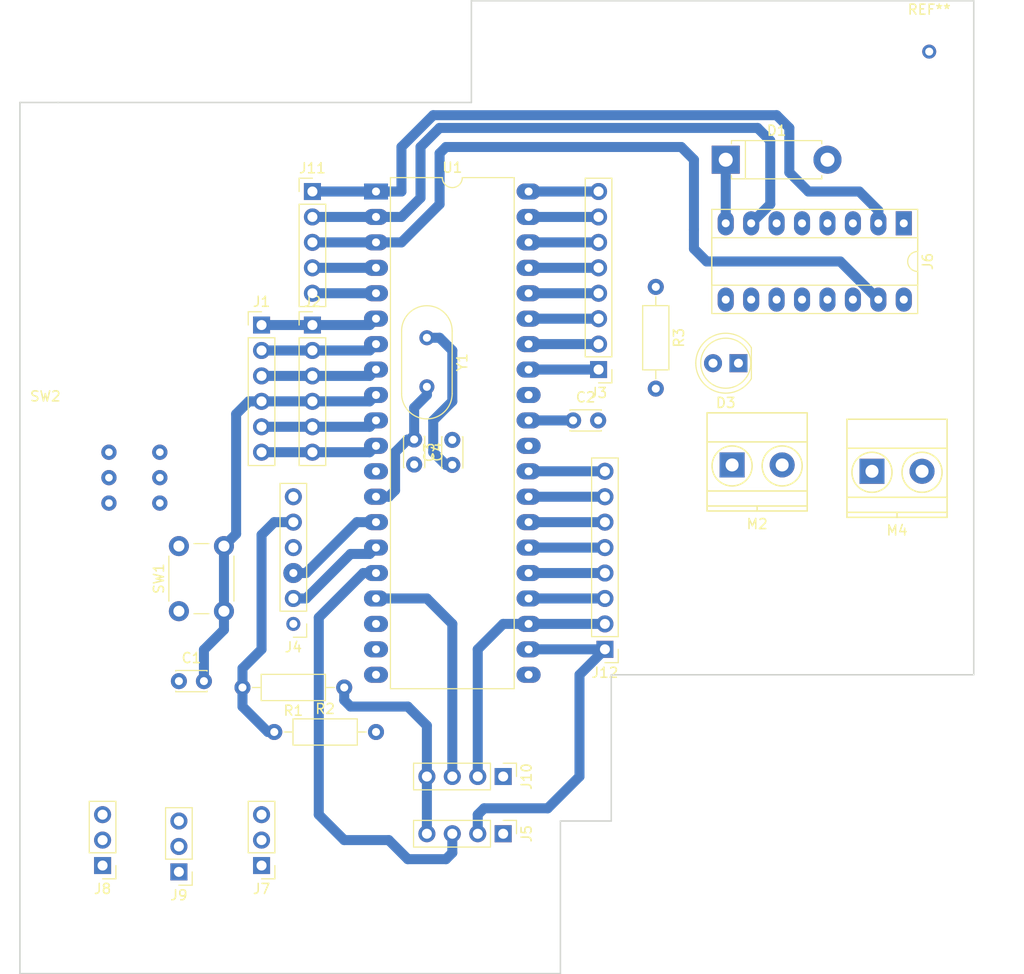
<source format=kicad_pcb>
(kicad_pcb (version 4) (host pcbnew 4.0.7)

  (general
    (links 91)
    (no_connects 37)
    (area 134.544999 41.199999 229.945001 138.505001)
    (thickness 1.6)
    (drawings 11)
    (tracks 135)
    (zones 0)
    (modules 28)
    (nets 52)
  )

  (page A4)
  (layers
    (0 F.Cu signal)
    (31 B.Cu signal)
    (32 B.Adhes user)
    (33 F.Adhes user)
    (34 B.Paste user)
    (35 F.Paste user)
    (36 B.SilkS user)
    (37 F.SilkS user)
    (38 B.Mask user)
    (39 F.Mask user)
    (40 Dwgs.User user)
    (41 Cmts.User user)
    (42 Eco1.User user)
    (43 Eco2.User user)
    (44 Edge.Cuts user)
    (45 Margin user)
    (46 B.CrtYd user)
    (47 F.CrtYd user)
    (48 B.Fab user)
    (49 F.Fab user)
  )

  (setup
    (last_trace_width 1)
    (user_trace_width 0.7)
    (trace_clearance 0.2)
    (zone_clearance 0.508)
    (zone_45_only no)
    (trace_min 0.2)
    (segment_width 0.2)
    (edge_width 0.15)
    (via_size 0.6)
    (via_drill 0.4)
    (via_min_size 0.4)
    (via_min_drill 0.3)
    (uvia_size 0.3)
    (uvia_drill 0.1)
    (uvias_allowed no)
    (uvia_min_size 0.2)
    (uvia_min_drill 0.1)
    (pcb_text_width 0.3)
    (pcb_text_size 1.5 1.5)
    (mod_edge_width 0.15)
    (mod_text_size 1 1)
    (mod_text_width 0.15)
    (pad_size 1.4 1.4)
    (pad_drill 0.8)
    (pad_to_mask_clearance 0.2)
    (aux_axis_origin 0 0)
    (visible_elements 7FFFFFFF)
    (pcbplotparams
      (layerselection 0x00030_80000001)
      (usegerberextensions false)
      (excludeedgelayer true)
      (linewidth 0.100000)
      (plotframeref false)
      (viasonmask false)
      (mode 1)
      (useauxorigin false)
      (hpglpennumber 1)
      (hpglpenspeed 20)
      (hpglpendiameter 15)
      (hpglpenoverlay 2)
      (psnegative false)
      (psa4output false)
      (plotreference true)
      (plotvalue true)
      (plotinvisibletext false)
      (padsonsilk false)
      (subtractmaskfromsilk false)
      (outputformat 1)
      (mirror false)
      (drillshape 1)
      (scaleselection 1)
      (outputdirectory ""))
  )

  (net 0 "")
  (net 1 GND)
  (net 2 RESET)
  (net 3 "Net-(C2-Pad1)")
  (net 4 "Net-(D1-Pad1)")
  (net 5 +12_power)
  (net 6 "Net-(D3-Pad2)")
  (net 7 MOSI)
  (net 8 MISO)
  (net 9 SCK)
  (net 10 VCC)
  (net 11 "Net-(J3-Pad1)")
  (net 12 "Net-(J3-Pad2)")
  (net 13 "Net-(J3-Pad3)")
  (net 14 "Net-(J3-Pad4)")
  (net 15 "Net-(J3-Pad5)")
  (net 16 "Net-(J3-Pad6)")
  (net 17 "Net-(J3-Pad7)")
  (net 18 "Net-(J3-Pad8)")
  (net 19 "Net-(J4-Pad1)")
  (net 20 "Net-(J4-Pad5)")
  (net 21 "Net-(J4-Pad6)")
  (net 22 input_4)
  (net 23 MOTOR_3)
  (net 24 MOTOR_4)
  (net 25 input_3)
  (net 26 input_2)
  (net 27 MOTOR_1)
  (net 28 MOTOR_2)
  (net 29 input_1)
  (net 30 +5_power)
  (net 31 "Net-(U1-Pad30)")
  (net 32 "Net-(U1-Pad32)")
  (net 33 "Net-(U1-Pad20)")
  (net 34 RXD)
  (net 35 TXD)
  (net 36 OC1A)
  (net 37 OC2)
  (net 38 OC1B)
  (net 39 INT0)
  (net 40 INT1)
  (net 41 "Net-(J11-Pad5)")
  (net 42 "Net-(J12-Pad5)")
  (net 43 "Net-(J12-Pad6)")
  (net 44 "Net-(J12-Pad7)")
  (net 45 "Net-(J12-Pad8)")
  (net 46 "Net-(C3-Pad1)")
  (net 47 "Net-(C4-Pad1)")
  (net 48 Encoder_1)
  (net 49 Encoder_2)
  (net 50 "Net-(J12-Pad3)")
  (net 51 "Net-(J12-Pad4)")

  (net_class Default "This is the default net class."
    (clearance 0.2)
    (trace_width 1)
    (via_dia 0.6)
    (via_drill 0.4)
    (uvia_dia 0.3)
    (uvia_drill 0.1)
    (add_net +12_power)
    (add_net +5_power)
    (add_net Encoder_1)
    (add_net Encoder_2)
    (add_net GND)
    (add_net INT0)
    (add_net INT1)
    (add_net MISO)
    (add_net MOSI)
    (add_net MOTOR_1)
    (add_net MOTOR_2)
    (add_net MOTOR_3)
    (add_net MOTOR_4)
    (add_net "Net-(C2-Pad1)")
    (add_net "Net-(C3-Pad1)")
    (add_net "Net-(C4-Pad1)")
    (add_net "Net-(D1-Pad1)")
    (add_net "Net-(D3-Pad2)")
    (add_net "Net-(J11-Pad5)")
    (add_net "Net-(J12-Pad3)")
    (add_net "Net-(J12-Pad4)")
    (add_net "Net-(J12-Pad5)")
    (add_net "Net-(J12-Pad6)")
    (add_net "Net-(J12-Pad7)")
    (add_net "Net-(J12-Pad8)")
    (add_net "Net-(J3-Pad1)")
    (add_net "Net-(J3-Pad2)")
    (add_net "Net-(J3-Pad3)")
    (add_net "Net-(J3-Pad4)")
    (add_net "Net-(J3-Pad5)")
    (add_net "Net-(J3-Pad6)")
    (add_net "Net-(J3-Pad7)")
    (add_net "Net-(J3-Pad8)")
    (add_net "Net-(J4-Pad1)")
    (add_net "Net-(J4-Pad5)")
    (add_net "Net-(J4-Pad6)")
    (add_net "Net-(U1-Pad20)")
    (add_net "Net-(U1-Pad30)")
    (add_net "Net-(U1-Pad32)")
    (add_net OC1A)
    (add_net OC1B)
    (add_net OC2)
    (add_net RESET)
    (add_net RXD)
    (add_net SCK)
    (add_net TXD)
    (add_net VCC)
    (add_net input_1)
    (add_net input_2)
    (add_net input_3)
    (add_net input_4)
  )

  (module Capacitors_THT:C_Disc_D3.0mm_W2.0mm_P2.50mm (layer F.Cu) (tedit 597BC7C2) (tstamp 5B13AC82)
    (at 150.495 109.22)
    (descr "C, Disc series, Radial, pin pitch=2.50mm, , diameter*width=3*2mm^2, Capacitor")
    (tags "C Disc series Radial pin pitch 2.50mm  diameter 3mm width 2mm Capacitor")
    (path /5B13CF2A)
    (fp_text reference C1 (at 1.25 -2.31) (layer F.SilkS)
      (effects (font (size 1 1) (thickness 0.15)))
    )
    (fp_text value C (at 1.25 2.31) (layer F.Fab)
      (effects (font (size 1 1) (thickness 0.15)))
    )
    (fp_line (start -0.25 -1) (end -0.25 1) (layer F.Fab) (width 0.1))
    (fp_line (start -0.25 1) (end 2.75 1) (layer F.Fab) (width 0.1))
    (fp_line (start 2.75 1) (end 2.75 -1) (layer F.Fab) (width 0.1))
    (fp_line (start 2.75 -1) (end -0.25 -1) (layer F.Fab) (width 0.1))
    (fp_line (start -0.31 -1.06) (end 2.81 -1.06) (layer F.SilkS) (width 0.12))
    (fp_line (start -0.31 1.06) (end 2.81 1.06) (layer F.SilkS) (width 0.12))
    (fp_line (start -0.31 -1.06) (end -0.31 -0.996) (layer F.SilkS) (width 0.12))
    (fp_line (start -0.31 0.996) (end -0.31 1.06) (layer F.SilkS) (width 0.12))
    (fp_line (start 2.81 -1.06) (end 2.81 -0.996) (layer F.SilkS) (width 0.12))
    (fp_line (start 2.81 0.996) (end 2.81 1.06) (layer F.SilkS) (width 0.12))
    (fp_line (start -1.05 -1.35) (end -1.05 1.35) (layer F.CrtYd) (width 0.05))
    (fp_line (start -1.05 1.35) (end 3.55 1.35) (layer F.CrtYd) (width 0.05))
    (fp_line (start 3.55 1.35) (end 3.55 -1.35) (layer F.CrtYd) (width 0.05))
    (fp_line (start 3.55 -1.35) (end -1.05 -1.35) (layer F.CrtYd) (width 0.05))
    (fp_text user %R (at 1.25 0) (layer F.Fab)
      (effects (font (size 1 1) (thickness 0.15)))
    )
    (pad 1 thru_hole circle (at 0 0) (size 1.6 1.6) (drill 0.8) (layers *.Cu *.Mask)
      (net 1 GND))
    (pad 2 thru_hole circle (at 2.5 0) (size 1.6 1.6) (drill 0.8) (layers *.Cu *.Mask)
      (net 2 RESET))
    (model ${KISYS3DMOD}/Capacitors_THT.3dshapes/C_Disc_D3.0mm_W2.0mm_P2.50mm.wrl
      (at (xyz 0 0 0))
      (scale (xyz 1 1 1))
      (rotate (xyz 0 0 0))
    )
  )

  (module Capacitors_THT:C_Disc_D3.0mm_W2.0mm_P2.50mm (layer F.Cu) (tedit 597BC7C2) (tstamp 5B13AC88)
    (at 189.865 83.185)
    (descr "C, Disc series, Radial, pin pitch=2.50mm, , diameter*width=3*2mm^2, Capacitor")
    (tags "C Disc series Radial pin pitch 2.50mm  diameter 3mm width 2mm Capacitor")
    (path /5B13866A)
    (fp_text reference C2 (at 1.25 -2.31) (layer F.SilkS)
      (effects (font (size 1 1) (thickness 0.15)))
    )
    (fp_text value C_Small (at 1.25 2.31) (layer F.Fab)
      (effects (font (size 1 1) (thickness 0.15)))
    )
    (fp_line (start -0.25 -1) (end -0.25 1) (layer F.Fab) (width 0.1))
    (fp_line (start -0.25 1) (end 2.75 1) (layer F.Fab) (width 0.1))
    (fp_line (start 2.75 1) (end 2.75 -1) (layer F.Fab) (width 0.1))
    (fp_line (start 2.75 -1) (end -0.25 -1) (layer F.Fab) (width 0.1))
    (fp_line (start -0.31 -1.06) (end 2.81 -1.06) (layer F.SilkS) (width 0.12))
    (fp_line (start -0.31 1.06) (end 2.81 1.06) (layer F.SilkS) (width 0.12))
    (fp_line (start -0.31 -1.06) (end -0.31 -0.996) (layer F.SilkS) (width 0.12))
    (fp_line (start -0.31 0.996) (end -0.31 1.06) (layer F.SilkS) (width 0.12))
    (fp_line (start 2.81 -1.06) (end 2.81 -0.996) (layer F.SilkS) (width 0.12))
    (fp_line (start 2.81 0.996) (end 2.81 1.06) (layer F.SilkS) (width 0.12))
    (fp_line (start -1.05 -1.35) (end -1.05 1.35) (layer F.CrtYd) (width 0.05))
    (fp_line (start -1.05 1.35) (end 3.55 1.35) (layer F.CrtYd) (width 0.05))
    (fp_line (start 3.55 1.35) (end 3.55 -1.35) (layer F.CrtYd) (width 0.05))
    (fp_line (start 3.55 -1.35) (end -1.05 -1.35) (layer F.CrtYd) (width 0.05))
    (fp_text user %R (at 1.25 0) (layer F.Fab)
      (effects (font (size 1 1) (thickness 0.15)))
    )
    (pad 1 thru_hole circle (at 0 0) (size 1.6 1.6) (drill 0.8) (layers *.Cu *.Mask)
      (net 3 "Net-(C2-Pad1)"))
    (pad 2 thru_hole circle (at 2.5 0) (size 1.6 1.6) (drill 0.8) (layers *.Cu *.Mask)
      (net 1 GND))
    (model ${KISYS3DMOD}/Capacitors_THT.3dshapes/C_Disc_D3.0mm_W2.0mm_P2.50mm.wrl
      (at (xyz 0 0 0))
      (scale (xyz 1 1 1))
      (rotate (xyz 0 0 0))
    )
  )

  (module Diodes_THT:D_5W_P10.16mm_Horizontal (layer F.Cu) (tedit 5921392E) (tstamp 5B13AC8E)
    (at 205.105 57.15)
    (descr "D, 5W series, Axial, Horizontal, pin pitch=10.16mm, , length*diameter=8.9*3.7mm^2, , http://www.diodes.com/_files/packages/8686949.gif")
    (tags "D 5W series Axial Horizontal pin pitch 10.16mm  length 8.9mm diameter 3.7mm")
    (path /5B13C940)
    (fp_text reference D1 (at 5.08 -2.91) (layer F.SilkS)
      (effects (font (size 1 1) (thickness 0.15)))
    )
    (fp_text value D (at 5.08 2.91) (layer F.Fab)
      (effects (font (size 1 1) (thickness 0.15)))
    )
    (fp_text user %R (at 5.08 0) (layer F.Fab)
      (effects (font (size 1 1) (thickness 0.15)))
    )
    (fp_line (start 0.63 -1.85) (end 0.63 1.85) (layer F.Fab) (width 0.1))
    (fp_line (start 0.63 1.85) (end 9.53 1.85) (layer F.Fab) (width 0.1))
    (fp_line (start 9.53 1.85) (end 9.53 -1.85) (layer F.Fab) (width 0.1))
    (fp_line (start 9.53 -1.85) (end 0.63 -1.85) (layer F.Fab) (width 0.1))
    (fp_line (start 0 0) (end 0.63 0) (layer F.Fab) (width 0.1))
    (fp_line (start 10.16 0) (end 9.53 0) (layer F.Fab) (width 0.1))
    (fp_line (start 1.965 -1.85) (end 1.965 1.85) (layer F.Fab) (width 0.1))
    (fp_line (start 0.57 -1.58) (end 0.57 -1.91) (layer F.SilkS) (width 0.12))
    (fp_line (start 0.57 -1.91) (end 9.59 -1.91) (layer F.SilkS) (width 0.12))
    (fp_line (start 9.59 -1.91) (end 9.59 -1.58) (layer F.SilkS) (width 0.12))
    (fp_line (start 0.57 1.58) (end 0.57 1.91) (layer F.SilkS) (width 0.12))
    (fp_line (start 0.57 1.91) (end 9.59 1.91) (layer F.SilkS) (width 0.12))
    (fp_line (start 9.59 1.91) (end 9.59 1.58) (layer F.SilkS) (width 0.12))
    (fp_line (start 1.965 -1.91) (end 1.965 1.91) (layer F.SilkS) (width 0.12))
    (fp_line (start -1.65 -2.2) (end -1.65 2.2) (layer F.CrtYd) (width 0.05))
    (fp_line (start -1.65 2.2) (end 11.85 2.2) (layer F.CrtYd) (width 0.05))
    (fp_line (start 11.85 2.2) (end 11.85 -2.2) (layer F.CrtYd) (width 0.05))
    (fp_line (start 11.85 -2.2) (end -1.65 -2.2) (layer F.CrtYd) (width 0.05))
    (pad 1 thru_hole rect (at 0 0) (size 2.8 2.8) (drill 1.4) (layers *.Cu *.Mask)
      (net 4 "Net-(D1-Pad1)"))
    (pad 2 thru_hole oval (at 10.16 0) (size 2.8 2.8) (drill 1.4) (layers *.Cu *.Mask)
      (net 5 +12_power))
    (model ${KISYS3DMOD}/Diodes_THT.3dshapes/D_5W_P10.16mm_Horizontal.wrl
      (at (xyz 0 0 0))
      (scale (xyz 0.393701 0.393701 0.393701))
      (rotate (xyz 0 0 0))
    )
  )

  (module LEDs:LED_D5.0mm (layer F.Cu) (tedit 5995936A) (tstamp 5B13AC9A)
    (at 206.375 77.47 180)
    (descr "LED, diameter 5.0mm, 2 pins, http://cdn-reichelt.de/documents/datenblatt/A500/LL-504BC2E-009.pdf")
    (tags "LED diameter 5.0mm 2 pins")
    (path /5B13DF06)
    (fp_text reference D3 (at 1.27 -3.96 180) (layer F.SilkS)
      (effects (font (size 1 1) (thickness 0.15)))
    )
    (fp_text value LED (at 1.27 3.96 180) (layer F.Fab)
      (effects (font (size 1 1) (thickness 0.15)))
    )
    (fp_arc (start 1.27 0) (end -1.23 -1.469694) (angle 299.1) (layer F.Fab) (width 0.1))
    (fp_arc (start 1.27 0) (end -1.29 -1.54483) (angle 148.9) (layer F.SilkS) (width 0.12))
    (fp_arc (start 1.27 0) (end -1.29 1.54483) (angle -148.9) (layer F.SilkS) (width 0.12))
    (fp_circle (center 1.27 0) (end 3.77 0) (layer F.Fab) (width 0.1))
    (fp_circle (center 1.27 0) (end 3.77 0) (layer F.SilkS) (width 0.12))
    (fp_line (start -1.23 -1.469694) (end -1.23 1.469694) (layer F.Fab) (width 0.1))
    (fp_line (start -1.29 -1.545) (end -1.29 1.545) (layer F.SilkS) (width 0.12))
    (fp_line (start -1.95 -3.25) (end -1.95 3.25) (layer F.CrtYd) (width 0.05))
    (fp_line (start -1.95 3.25) (end 4.5 3.25) (layer F.CrtYd) (width 0.05))
    (fp_line (start 4.5 3.25) (end 4.5 -3.25) (layer F.CrtYd) (width 0.05))
    (fp_line (start 4.5 -3.25) (end -1.95 -3.25) (layer F.CrtYd) (width 0.05))
    (fp_text user %R (at 1.25 0 180) (layer F.Fab)
      (effects (font (size 0.8 0.8) (thickness 0.2)))
    )
    (pad 1 thru_hole rect (at 0 0 180) (size 1.8 1.8) (drill 0.9) (layers *.Cu *.Mask)
      (net 1 GND))
    (pad 2 thru_hole circle (at 2.54 0 180) (size 1.8 1.8) (drill 0.9) (layers *.Cu *.Mask)
      (net 6 "Net-(D3-Pad2)"))
    (model ${KISYS3DMOD}/LEDs.3dshapes/LED_D5.0mm.wrl
      (at (xyz 0 0 0))
      (scale (xyz 0.393701 0.393701 0.393701))
      (rotate (xyz 0 0 0))
    )
  )

  (module Pin_Headers:Pin_Header_Straight_1x06_Pitch2.54mm (layer F.Cu) (tedit 59650532) (tstamp 5B13ACA4)
    (at 158.75 73.66)
    (descr "Through hole straight pin header, 1x06, 2.54mm pitch, single row")
    (tags "Through hole pin header THT 1x06 2.54mm single row")
    (path /5B13AA3E)
    (fp_text reference J1 (at 0 -2.33) (layer F.SilkS)
      (effects (font (size 1 1) (thickness 0.15)))
    )
    (fp_text value Programmer (at 0 15.03) (layer F.Fab)
      (effects (font (size 1 1) (thickness 0.15)))
    )
    (fp_line (start -0.635 -1.27) (end 1.27 -1.27) (layer F.Fab) (width 0.1))
    (fp_line (start 1.27 -1.27) (end 1.27 13.97) (layer F.Fab) (width 0.1))
    (fp_line (start 1.27 13.97) (end -1.27 13.97) (layer F.Fab) (width 0.1))
    (fp_line (start -1.27 13.97) (end -1.27 -0.635) (layer F.Fab) (width 0.1))
    (fp_line (start -1.27 -0.635) (end -0.635 -1.27) (layer F.Fab) (width 0.1))
    (fp_line (start -1.33 14.03) (end 1.33 14.03) (layer F.SilkS) (width 0.12))
    (fp_line (start -1.33 1.27) (end -1.33 14.03) (layer F.SilkS) (width 0.12))
    (fp_line (start 1.33 1.27) (end 1.33 14.03) (layer F.SilkS) (width 0.12))
    (fp_line (start -1.33 1.27) (end 1.33 1.27) (layer F.SilkS) (width 0.12))
    (fp_line (start -1.33 0) (end -1.33 -1.33) (layer F.SilkS) (width 0.12))
    (fp_line (start -1.33 -1.33) (end 0 -1.33) (layer F.SilkS) (width 0.12))
    (fp_line (start -1.8 -1.8) (end -1.8 14.5) (layer F.CrtYd) (width 0.05))
    (fp_line (start -1.8 14.5) (end 1.8 14.5) (layer F.CrtYd) (width 0.05))
    (fp_line (start 1.8 14.5) (end 1.8 -1.8) (layer F.CrtYd) (width 0.05))
    (fp_line (start 1.8 -1.8) (end -1.8 -1.8) (layer F.CrtYd) (width 0.05))
    (fp_text user %R (at 0 6.35 90) (layer F.Fab)
      (effects (font (size 1 1) (thickness 0.15)))
    )
    (pad 1 thru_hole rect (at 0 0) (size 1.7 1.7) (drill 1) (layers *.Cu *.Mask)
      (net 7 MOSI))
    (pad 2 thru_hole oval (at 0 2.54) (size 1.7 1.7) (drill 1) (layers *.Cu *.Mask)
      (net 8 MISO))
    (pad 3 thru_hole oval (at 0 5.08) (size 1.7 1.7) (drill 1) (layers *.Cu *.Mask)
      (net 9 SCK))
    (pad 4 thru_hole oval (at 0 7.62) (size 1.7 1.7) (drill 1) (layers *.Cu *.Mask)
      (net 2 RESET))
    (pad 5 thru_hole oval (at 0 10.16) (size 1.7 1.7) (drill 1) (layers *.Cu *.Mask)
      (net 10 VCC))
    (pad 6 thru_hole oval (at 0 12.7) (size 1.7 1.7) (drill 1) (layers *.Cu *.Mask)
      (net 1 GND))
    (model ${KISYS3DMOD}/Pin_Headers.3dshapes/Pin_Header_Straight_1x06_Pitch2.54mm.wrl
      (at (xyz 0 0 0))
      (scale (xyz 1 1 1))
      (rotate (xyz 0 0 0))
    )
  )

  (module Pin_Headers:Pin_Header_Straight_1x06_Pitch2.54mm (layer F.Cu) (tedit 59650532) (tstamp 5B13ACAE)
    (at 163.83 73.66)
    (descr "Through hole straight pin header, 1x06, 2.54mm pitch, single row")
    (tags "Through hole pin header THT 1x06 2.54mm single row")
    (path /5B13A9DF)
    (fp_text reference J2 (at 0 -2.33) (layer F.SilkS)
      (effects (font (size 1 1) (thickness 0.15)))
    )
    (fp_text value Programmer (at 0 15.03) (layer F.Fab)
      (effects (font (size 1 1) (thickness 0.15)))
    )
    (fp_line (start -0.635 -1.27) (end 1.27 -1.27) (layer F.Fab) (width 0.1))
    (fp_line (start 1.27 -1.27) (end 1.27 13.97) (layer F.Fab) (width 0.1))
    (fp_line (start 1.27 13.97) (end -1.27 13.97) (layer F.Fab) (width 0.1))
    (fp_line (start -1.27 13.97) (end -1.27 -0.635) (layer F.Fab) (width 0.1))
    (fp_line (start -1.27 -0.635) (end -0.635 -1.27) (layer F.Fab) (width 0.1))
    (fp_line (start -1.33 14.03) (end 1.33 14.03) (layer F.SilkS) (width 0.12))
    (fp_line (start -1.33 1.27) (end -1.33 14.03) (layer F.SilkS) (width 0.12))
    (fp_line (start 1.33 1.27) (end 1.33 14.03) (layer F.SilkS) (width 0.12))
    (fp_line (start -1.33 1.27) (end 1.33 1.27) (layer F.SilkS) (width 0.12))
    (fp_line (start -1.33 0) (end -1.33 -1.33) (layer F.SilkS) (width 0.12))
    (fp_line (start -1.33 -1.33) (end 0 -1.33) (layer F.SilkS) (width 0.12))
    (fp_line (start -1.8 -1.8) (end -1.8 14.5) (layer F.CrtYd) (width 0.05))
    (fp_line (start -1.8 14.5) (end 1.8 14.5) (layer F.CrtYd) (width 0.05))
    (fp_line (start 1.8 14.5) (end 1.8 -1.8) (layer F.CrtYd) (width 0.05))
    (fp_line (start 1.8 -1.8) (end -1.8 -1.8) (layer F.CrtYd) (width 0.05))
    (fp_text user %R (at 0 6.35 90) (layer F.Fab)
      (effects (font (size 1 1) (thickness 0.15)))
    )
    (pad 1 thru_hole rect (at 0 0) (size 1.7 1.7) (drill 1) (layers *.Cu *.Mask)
      (net 7 MOSI))
    (pad 2 thru_hole oval (at 0 2.54) (size 1.7 1.7) (drill 1) (layers *.Cu *.Mask)
      (net 8 MISO))
    (pad 3 thru_hole oval (at 0 5.08) (size 1.7 1.7) (drill 1) (layers *.Cu *.Mask)
      (net 9 SCK))
    (pad 4 thru_hole oval (at 0 7.62) (size 1.7 1.7) (drill 1) (layers *.Cu *.Mask)
      (net 2 RESET))
    (pad 5 thru_hole oval (at 0 10.16) (size 1.7 1.7) (drill 1) (layers *.Cu *.Mask)
      (net 10 VCC))
    (pad 6 thru_hole oval (at 0 12.7) (size 1.7 1.7) (drill 1) (layers *.Cu *.Mask)
      (net 1 GND))
    (model ${KISYS3DMOD}/Pin_Headers.3dshapes/Pin_Header_Straight_1x06_Pitch2.54mm.wrl
      (at (xyz 0 0 0))
      (scale (xyz 1 1 1))
      (rotate (xyz 0 0 0))
    )
  )

  (module Pin_Headers:Pin_Header_Straight_1x08_Pitch2.54mm (layer F.Cu) (tedit 59650532) (tstamp 5B13ACBA)
    (at 192.405 78.105 180)
    (descr "Through hole straight pin header, 1x08, 2.54mm pitch, single row")
    (tags "Through hole pin header THT 1x08 2.54mm single row")
    (path /5B138052)
    (fp_text reference J3 (at 0 -2.33 180) (layer F.SilkS)
      (effects (font (size 1 1) (thickness 0.15)))
    )
    (fp_text value "8 pinout port a " (at 0 20.11 180) (layer F.Fab)
      (effects (font (size 1 1) (thickness 0.15)))
    )
    (fp_line (start -0.635 -1.27) (end 1.27 -1.27) (layer F.Fab) (width 0.1))
    (fp_line (start 1.27 -1.27) (end 1.27 19.05) (layer F.Fab) (width 0.1))
    (fp_line (start 1.27 19.05) (end -1.27 19.05) (layer F.Fab) (width 0.1))
    (fp_line (start -1.27 19.05) (end -1.27 -0.635) (layer F.Fab) (width 0.1))
    (fp_line (start -1.27 -0.635) (end -0.635 -1.27) (layer F.Fab) (width 0.1))
    (fp_line (start -1.33 19.11) (end 1.33 19.11) (layer F.SilkS) (width 0.12))
    (fp_line (start -1.33 1.27) (end -1.33 19.11) (layer F.SilkS) (width 0.12))
    (fp_line (start 1.33 1.27) (end 1.33 19.11) (layer F.SilkS) (width 0.12))
    (fp_line (start -1.33 1.27) (end 1.33 1.27) (layer F.SilkS) (width 0.12))
    (fp_line (start -1.33 0) (end -1.33 -1.33) (layer F.SilkS) (width 0.12))
    (fp_line (start -1.33 -1.33) (end 0 -1.33) (layer F.SilkS) (width 0.12))
    (fp_line (start -1.8 -1.8) (end -1.8 19.55) (layer F.CrtYd) (width 0.05))
    (fp_line (start -1.8 19.55) (end 1.8 19.55) (layer F.CrtYd) (width 0.05))
    (fp_line (start 1.8 19.55) (end 1.8 -1.8) (layer F.CrtYd) (width 0.05))
    (fp_line (start 1.8 -1.8) (end -1.8 -1.8) (layer F.CrtYd) (width 0.05))
    (fp_text user %R (at 0 8.89 270) (layer F.Fab)
      (effects (font (size 1 1) (thickness 0.15)))
    )
    (pad 1 thru_hole rect (at 0 0 180) (size 1.7 1.7) (drill 1) (layers *.Cu *.Mask)
      (net 11 "Net-(J3-Pad1)"))
    (pad 2 thru_hole oval (at 0 2.54 180) (size 1.7 1.7) (drill 1) (layers *.Cu *.Mask)
      (net 12 "Net-(J3-Pad2)"))
    (pad 3 thru_hole oval (at 0 5.08 180) (size 1.7 1.7) (drill 1) (layers *.Cu *.Mask)
      (net 13 "Net-(J3-Pad3)"))
    (pad 4 thru_hole oval (at 0 7.62 180) (size 1.7 1.7) (drill 1) (layers *.Cu *.Mask)
      (net 14 "Net-(J3-Pad4)"))
    (pad 5 thru_hole oval (at 0 10.16 180) (size 1.7 1.7) (drill 1) (layers *.Cu *.Mask)
      (net 15 "Net-(J3-Pad5)"))
    (pad 6 thru_hole oval (at 0 12.7 180) (size 1.7 1.7) (drill 1) (layers *.Cu *.Mask)
      (net 16 "Net-(J3-Pad6)"))
    (pad 7 thru_hole oval (at 0 15.24 180) (size 1.7 1.7) (drill 1) (layers *.Cu *.Mask)
      (net 17 "Net-(J3-Pad7)"))
    (pad 8 thru_hole oval (at 0 17.78 180) (size 1.7 1.7) (drill 1) (layers *.Cu *.Mask)
      (net 18 "Net-(J3-Pad8)"))
    (model ${KISYS3DMOD}/Pin_Headers.3dshapes/Pin_Header_Straight_1x08_Pitch2.54mm.wrl
      (at (xyz 0 0 0))
      (scale (xyz 1 1 1))
      (rotate (xyz 0 0 0))
    )
  )

  (module Pin_Headers:Pin_Header_Straight_1x06_Pitch2.54mm (layer F.Cu) (tedit 5B14A6CB) (tstamp 5B13ACC4)
    (at 161.925 103.505 180)
    (descr "Through hole straight pin header, 1x06, 2.54mm pitch, single row")
    (tags "Through hole pin header THT 1x06 2.54mm single row")
    (path /5B13B435)
    (fp_text reference J4 (at 0 -2.33 180) (layer F.SilkS)
      (effects (font (size 1 1) (thickness 0.15)))
    )
    (fp_text value bluetooth (at 0 15.03 180) (layer F.Fab)
      (effects (font (size 1 1) (thickness 0.15)))
    )
    (fp_line (start -0.635 -1.27) (end 1.27 -1.27) (layer F.Fab) (width 0.1))
    (fp_line (start 1.27 -1.27) (end 1.27 13.97) (layer F.Fab) (width 0.1))
    (fp_line (start 1.27 13.97) (end -1.27 13.97) (layer F.Fab) (width 0.1))
    (fp_line (start -1.27 13.97) (end -1.27 -0.635) (layer F.Fab) (width 0.1))
    (fp_line (start -1.27 -0.635) (end -0.635 -1.27) (layer F.Fab) (width 0.1))
    (fp_line (start -1.33 14.03) (end 1.33 14.03) (layer F.SilkS) (width 0.12))
    (fp_line (start -1.33 1.27) (end -1.33 14.03) (layer F.SilkS) (width 0.12))
    (fp_line (start 1.33 1.27) (end 1.33 14.03) (layer F.SilkS) (width 0.12))
    (fp_line (start -1.33 1.27) (end 1.33 1.27) (layer F.SilkS) (width 0.12))
    (fp_line (start -1.33 0) (end -1.33 -1.33) (layer F.SilkS) (width 0.12))
    (fp_line (start -1.33 -1.33) (end 0 -1.33) (layer F.SilkS) (width 0.12))
    (fp_line (start -1.8 -1.8) (end -1.8 14.5) (layer F.CrtYd) (width 0.05))
    (fp_line (start -1.8 14.5) (end 1.8 14.5) (layer F.CrtYd) (width 0.05))
    (fp_line (start 1.8 14.5) (end 1.8 -1.8) (layer F.CrtYd) (width 0.05))
    (fp_line (start 1.8 -1.8) (end -1.8 -1.8) (layer F.CrtYd) (width 0.05))
    (fp_text user %R (at 0 6.35 450) (layer F.Fab)
      (effects (font (size 1 1) (thickness 0.15)))
    )
    (pad 1 thru_hole circle (at 0 0 180) (size 1.4 1.4) (drill 0.8) (layers *.Cu *.Mask)
      (net 19 "Net-(J4-Pad1)"))
    (pad 2 thru_hole oval (at 0 2.54 180) (size 1.7 1.7) (drill 1) (layers *.Cu *.Mask)
      (net 34 RXD))
    (pad 3 thru_hole circle (at 0 5.08 180) (size 2 2) (drill 0.8) (layers *.Cu *.Mask)
      (net 35 TXD))
    (pad 4 thru_hole oval (at 0 7.62 180) (size 1.7 1.7) (drill 1) (layers *.Cu *.Mask)
      (net 1 GND))
    (pad 5 thru_hole oval (at 0 10.16 180) (size 1.7 1.7) (drill 1) (layers *.Cu *.Mask)
      (net 20 "Net-(J4-Pad5)"))
    (pad 6 thru_hole oval (at 0 12.7 180) (size 1.7 1.7) (drill 1) (layers *.Cu *.Mask)
      (net 21 "Net-(J4-Pad6)"))
    (model ${KISYS3DMOD}/Pin_Headers.3dshapes/Pin_Header_Straight_1x06_Pitch2.54mm.wrl
      (at (xyz 0 0 0))
      (scale (xyz 1 1 1))
      (rotate (xyz 0 0 0))
    )
  )

  (module Housings_DIP:DIP-16_W7.62mm_Socket_LongPads (layer F.Cu) (tedit 5B13C54D) (tstamp 5B13ACEC)
    (at 222.885 63.5 270)
    (descr "16-lead dip package, row spacing 7.62 mm (300 mils), Socket, LongPads")
    (tags "DIL DIP PDIP 2.54mm 7.62mm 300mil Socket LongPads")
    (path /5B137F38)
    (fp_text reference J6 (at 3.81 -2.39 270) (layer F.SilkS)
      (effects (font (size 1 1) (thickness 0.15)))
    )
    (fp_text value l293d (at 3.81 20.17 270) (layer F.Fab)
      (effects (font (size 1 1) (thickness 0.15)))
    )
    (fp_text user %R (at 3.81 8.89 360) (layer F.Fab)
      (effects (font (size 1 1) (thickness 0.15)))
    )
    (fp_line (start 1.635 -1.27) (end 6.985 -1.27) (layer F.Fab) (width 0.1))
    (fp_line (start 6.985 -1.27) (end 6.985 19.05) (layer F.Fab) (width 0.1))
    (fp_line (start 6.985 19.05) (end 0.635 19.05) (layer F.Fab) (width 0.1))
    (fp_line (start 0.635 19.05) (end 0.635 -0.27) (layer F.Fab) (width 0.1))
    (fp_line (start 0.635 -0.27) (end 1.635 -1.27) (layer F.Fab) (width 0.1))
    (fp_line (start -1.27 -1.27) (end -1.27 19.05) (layer F.Fab) (width 0.1))
    (fp_line (start -1.27 19.05) (end 8.89 19.05) (layer F.Fab) (width 0.1))
    (fp_line (start 8.89 19.05) (end 8.89 -1.27) (layer F.Fab) (width 0.1))
    (fp_line (start 8.89 -1.27) (end -1.27 -1.27) (layer F.Fab) (width 0.1))
    (fp_line (start 2.81 -1.39) (end 1.44 -1.39) (layer F.SilkS) (width 0.12))
    (fp_line (start 1.44 -1.39) (end 1.44 19.17) (layer F.SilkS) (width 0.12))
    (fp_line (start 1.44 19.17) (end 6.18 19.17) (layer F.SilkS) (width 0.12))
    (fp_line (start 6.18 19.17) (end 6.18 -1.39) (layer F.SilkS) (width 0.12))
    (fp_line (start 6.18 -1.39) (end 4.81 -1.39) (layer F.SilkS) (width 0.12))
    (fp_line (start -1.39 -1.39) (end -1.39 19.17) (layer F.SilkS) (width 0.12))
    (fp_line (start -1.39 19.17) (end 9.01 19.17) (layer F.SilkS) (width 0.12))
    (fp_line (start 9.01 19.17) (end 9.01 -1.39) (layer F.SilkS) (width 0.12))
    (fp_line (start 9.01 -1.39) (end -1.39 -1.39) (layer F.SilkS) (width 0.12))
    (fp_line (start -1.7 -1.7) (end -1.7 19.5) (layer F.CrtYd) (width 0.05))
    (fp_line (start -1.7 19.5) (end 9.3 19.5) (layer F.CrtYd) (width 0.05))
    (fp_line (start 9.3 19.5) (end 9.3 -1.7) (layer F.CrtYd) (width 0.05))
    (fp_line (start 9.3 -1.7) (end -1.7 -1.7) (layer F.CrtYd) (width 0.05))
    (fp_arc (start 3.81 -1.39) (end 2.81 -1.39) (angle -180) (layer F.SilkS) (width 0.12))
    (pad 1 thru_hole rect (at 0 0 270) (size 2.4 1.6) (drill 0.8) (layers *.Cu *.Mask)
      (net 10 VCC))
    (pad 9 thru_hole oval (at 7.62 17.78 270) (size 2.4 1.6) (drill 0.8) (layers *.Cu *.Mask)
      (net 10 VCC))
    (pad 2 thru_hole oval (at 0 2.54 270) (size 2.4 1.6) (drill 0.8) (layers *.Cu *.Mask)
      (net 29 input_1))
    (pad 10 thru_hole oval (at 7.62 15.24 270) (size 2.4 1.6) (drill 0.8) (layers *.Cu *.Mask)
      (net 22 input_4))
    (pad 3 thru_hole oval (at 0 5.08 270) (size 2.4 1.6) (drill 0.8) (layers *.Cu *.Mask)
      (net 27 MOTOR_1))
    (pad 11 thru_hole oval (at 7.62 12.7 270) (size 2.4 1.6) (drill 0.8) (layers *.Cu *.Mask)
      (net 24 MOTOR_4))
    (pad 4 thru_hole oval (at 0 7.62 270) (size 2.4 1.6) (drill 0.8) (layers *.Cu *.Mask)
      (net 1 GND))
    (pad 12 thru_hole oval (at 7.62 10.16 270) (size 2.4 1.6) (drill 0.8) (layers *.Cu *.Mask)
      (net 1 GND))
    (pad 5 thru_hole oval (at 0 10.16 270) (size 2.4 1.6) (drill 0.8) (layers *.Cu *.Mask)
      (net 1 GND))
    (pad 13 thru_hole oval (at 7.62 7.62 270) (size 2.4 1.6) (drill 0.8) (layers *.Cu *.Mask)
      (net 1 GND))
    (pad 6 thru_hole oval (at 0 12.7 270) (size 2.4 1.6) (drill 0.8) (layers *.Cu *.Mask)
      (net 28 MOTOR_2))
    (pad 14 thru_hole oval (at 7.62 5.08 270) (size 2.4 1.6) (drill 0.8) (layers *.Cu *.Mask)
      (net 23 MOTOR_3))
    (pad 7 thru_hole oval (at 0 15.24 270) (size 2.4 1.6) (drill 0.8) (layers *.Cu *.Mask)
      (net 26 input_2))
    (pad 15 thru_hole oval (at 7.62 2.54 270) (size 2.4 1.6) (drill 0.8) (layers *.Cu *.Mask)
      (net 25 input_3))
    (pad 8 thru_hole oval (at 0 17.78 270) (size 2.4 1.6) (drill 0.8) (layers *.Cu *.Mask)
      (net 4 "Net-(D1-Pad1)"))
    (pad 16 thru_hole oval (at 7.62 0 270) (size 2.4 1.6) (drill 0.8) (layers *.Cu *.Mask)
      (net 10 VCC))
    (model ${KISYS3DMOD}/Housings_DIP.3dshapes/DIP-16_W7.62mm_Socket_LongPads.wrl
      (at (xyz 0 0 0))
      (scale (xyz 1 1 1))
      (rotate (xyz 0 0 0))
    )
  )

  (module Connectors_Terminal_Blocks:TerminalBlock_Pheonix_MKDS1.5-2pol (layer F.Cu) (tedit 563007E4) (tstamp 5B13ACF8)
    (at 205.74 87.63)
    (descr "2-way 5mm pitch terminal block, Phoenix MKDS series")
    (path /5B138C4D)
    (fp_text reference M2 (at 2.5 5.9) (layer F.SilkS)
      (effects (font (size 1 1) (thickness 0.15)))
    )
    (fp_text value Motor_DC (at 2.5 -6.6) (layer F.Fab)
      (effects (font (size 1 1) (thickness 0.15)))
    )
    (fp_line (start -2.7 -5.4) (end 7.7 -5.4) (layer F.CrtYd) (width 0.05))
    (fp_line (start -2.7 4.8) (end -2.7 -5.4) (layer F.CrtYd) (width 0.05))
    (fp_line (start 7.7 4.8) (end -2.7 4.8) (layer F.CrtYd) (width 0.05))
    (fp_line (start 7.7 -5.4) (end 7.7 4.8) (layer F.CrtYd) (width 0.05))
    (fp_line (start 2.5 4.1) (end 2.5 4.6) (layer F.SilkS) (width 0.15))
    (fp_circle (center 5 0.1) (end 3 0.1) (layer F.SilkS) (width 0.15))
    (fp_circle (center 0 0.1) (end 2 0.1) (layer F.SilkS) (width 0.15))
    (fp_line (start -2.5 2.6) (end 7.5 2.6) (layer F.SilkS) (width 0.15))
    (fp_line (start -2.5 -2.3) (end 7.5 -2.3) (layer F.SilkS) (width 0.15))
    (fp_line (start -2.5 4.1) (end 7.5 4.1) (layer F.SilkS) (width 0.15))
    (fp_line (start -2.5 4.6) (end 7.5 4.6) (layer F.SilkS) (width 0.15))
    (fp_line (start 7.5 4.6) (end 7.5 -5.2) (layer F.SilkS) (width 0.15))
    (fp_line (start 7.5 -5.2) (end -2.5 -5.2) (layer F.SilkS) (width 0.15))
    (fp_line (start -2.5 -5.2) (end -2.5 4.6) (layer F.SilkS) (width 0.15))
    (pad 1 thru_hole rect (at 0 0) (size 2.5 2.5) (drill 1.3) (layers *.Cu *.Mask)
      (net 23 MOTOR_3))
    (pad 2 thru_hole circle (at 5 0) (size 2.5 2.5) (drill 1.3) (layers *.Cu *.Mask)
      (net 24 MOTOR_4))
    (model Terminal_Blocks.3dshapes/TerminalBlock_Pheonix_MKDS1.5-2pol.wrl
      (at (xyz 0.0984 0 0))
      (scale (xyz 1 1 1))
      (rotate (xyz 0 0 0))
    )
  )

  (module Connectors_Terminal_Blocks:TerminalBlock_Pheonix_MKDS1.5-2pol (layer F.Cu) (tedit 563007E4) (tstamp 5B13AD04)
    (at 219.71 88.265)
    (descr "2-way 5mm pitch terminal block, Phoenix MKDS series")
    (path /5B1388B8)
    (fp_text reference M4 (at 2.5 5.9) (layer F.SilkS)
      (effects (font (size 1 1) (thickness 0.15)))
    )
    (fp_text value Motor_DC (at 2.5 -6.6) (layer F.Fab)
      (effects (font (size 1 1) (thickness 0.15)))
    )
    (fp_line (start -2.7 -5.4) (end 7.7 -5.4) (layer F.CrtYd) (width 0.05))
    (fp_line (start -2.7 4.8) (end -2.7 -5.4) (layer F.CrtYd) (width 0.05))
    (fp_line (start 7.7 4.8) (end -2.7 4.8) (layer F.CrtYd) (width 0.05))
    (fp_line (start 7.7 -5.4) (end 7.7 4.8) (layer F.CrtYd) (width 0.05))
    (fp_line (start 2.5 4.1) (end 2.5 4.6) (layer F.SilkS) (width 0.15))
    (fp_circle (center 5 0.1) (end 3 0.1) (layer F.SilkS) (width 0.15))
    (fp_circle (center 0 0.1) (end 2 0.1) (layer F.SilkS) (width 0.15))
    (fp_line (start -2.5 2.6) (end 7.5 2.6) (layer F.SilkS) (width 0.15))
    (fp_line (start -2.5 -2.3) (end 7.5 -2.3) (layer F.SilkS) (width 0.15))
    (fp_line (start -2.5 4.1) (end 7.5 4.1) (layer F.SilkS) (width 0.15))
    (fp_line (start -2.5 4.6) (end 7.5 4.6) (layer F.SilkS) (width 0.15))
    (fp_line (start 7.5 4.6) (end 7.5 -5.2) (layer F.SilkS) (width 0.15))
    (fp_line (start 7.5 -5.2) (end -2.5 -5.2) (layer F.SilkS) (width 0.15))
    (fp_line (start -2.5 -5.2) (end -2.5 4.6) (layer F.SilkS) (width 0.15))
    (pad 1 thru_hole rect (at 0 0) (size 2.5 2.5) (drill 1.3) (layers *.Cu *.Mask)
      (net 27 MOTOR_1))
    (pad 2 thru_hole circle (at 5 0) (size 2.5 2.5) (drill 1.3) (layers *.Cu *.Mask)
      (net 28 MOTOR_2))
    (model Terminal_Blocks.3dshapes/TerminalBlock_Pheonix_MKDS1.5-2pol.wrl
      (at (xyz 0.0984 0 0))
      (scale (xyz 1 1 1))
      (rotate (xyz 0 0 0))
    )
  )

  (module Resistors_THT:R_Axial_DIN0207_L6.3mm_D2.5mm_P10.16mm_Horizontal (layer F.Cu) (tedit 5874F706) (tstamp 5B13AD0A)
    (at 167.005 109.855 180)
    (descr "Resistor, Axial_DIN0207 series, Axial, Horizontal, pin pitch=10.16mm, 0.25W = 1/4W, length*diameter=6.3*2.5mm^2, http://cdn-reichelt.de/documents/datenblatt/B400/1_4W%23YAG.pdf")
    (tags "Resistor Axial_DIN0207 series Axial Horizontal pin pitch 10.16mm 0.25W = 1/4W length 6.3mm diameter 2.5mm")
    (path /5B13BE92)
    (fp_text reference R1 (at 5.08 -2.31 180) (layer F.SilkS)
      (effects (font (size 1 1) (thickness 0.15)))
    )
    (fp_text value R (at 5.08 2.31 180) (layer F.Fab)
      (effects (font (size 1 1) (thickness 0.15)))
    )
    (fp_line (start 1.93 -1.25) (end 1.93 1.25) (layer F.Fab) (width 0.1))
    (fp_line (start 1.93 1.25) (end 8.23 1.25) (layer F.Fab) (width 0.1))
    (fp_line (start 8.23 1.25) (end 8.23 -1.25) (layer F.Fab) (width 0.1))
    (fp_line (start 8.23 -1.25) (end 1.93 -1.25) (layer F.Fab) (width 0.1))
    (fp_line (start 0 0) (end 1.93 0) (layer F.Fab) (width 0.1))
    (fp_line (start 10.16 0) (end 8.23 0) (layer F.Fab) (width 0.1))
    (fp_line (start 1.87 -1.31) (end 1.87 1.31) (layer F.SilkS) (width 0.12))
    (fp_line (start 1.87 1.31) (end 8.29 1.31) (layer F.SilkS) (width 0.12))
    (fp_line (start 8.29 1.31) (end 8.29 -1.31) (layer F.SilkS) (width 0.12))
    (fp_line (start 8.29 -1.31) (end 1.87 -1.31) (layer F.SilkS) (width 0.12))
    (fp_line (start 0.98 0) (end 1.87 0) (layer F.SilkS) (width 0.12))
    (fp_line (start 9.18 0) (end 8.29 0) (layer F.SilkS) (width 0.12))
    (fp_line (start -1.05 -1.6) (end -1.05 1.6) (layer F.CrtYd) (width 0.05))
    (fp_line (start -1.05 1.6) (end 11.25 1.6) (layer F.CrtYd) (width 0.05))
    (fp_line (start 11.25 1.6) (end 11.25 -1.6) (layer F.CrtYd) (width 0.05))
    (fp_line (start 11.25 -1.6) (end -1.05 -1.6) (layer F.CrtYd) (width 0.05))
    (pad 1 thru_hole circle (at 0 0 180) (size 1.6 1.6) (drill 0.8) (layers *.Cu *.Mask)
      (net 10 VCC))
    (pad 2 thru_hole oval (at 10.16 0 180) (size 1.6 1.6) (drill 0.8) (layers *.Cu *.Mask)
      (net 20 "Net-(J4-Pad5)"))
    (model ${KISYS3DMOD}/Resistors_THT.3dshapes/R_Axial_DIN0207_L6.3mm_D2.5mm_P10.16mm_Horizontal.wrl
      (at (xyz 0 0 0))
      (scale (xyz 0.393701 0.393701 0.393701))
      (rotate (xyz 0 0 0))
    )
  )

  (module Resistors_THT:R_Axial_DIN0207_L6.3mm_D2.5mm_P10.16mm_Horizontal (layer F.Cu) (tedit 5874F706) (tstamp 5B13AD10)
    (at 160.02 114.3)
    (descr "Resistor, Axial_DIN0207 series, Axial, Horizontal, pin pitch=10.16mm, 0.25W = 1/4W, length*diameter=6.3*2.5mm^2, http://cdn-reichelt.de/documents/datenblatt/B400/1_4W%23YAG.pdf")
    (tags "Resistor Axial_DIN0207 series Axial Horizontal pin pitch 10.16mm 0.25W = 1/4W length 6.3mm diameter 2.5mm")
    (path /5B13BED3)
    (fp_text reference R2 (at 5.08 -2.31) (layer F.SilkS)
      (effects (font (size 1 1) (thickness 0.15)))
    )
    (fp_text value R (at 5.08 2.31) (layer F.Fab)
      (effects (font (size 1 1) (thickness 0.15)))
    )
    (fp_line (start 1.93 -1.25) (end 1.93 1.25) (layer F.Fab) (width 0.1))
    (fp_line (start 1.93 1.25) (end 8.23 1.25) (layer F.Fab) (width 0.1))
    (fp_line (start 8.23 1.25) (end 8.23 -1.25) (layer F.Fab) (width 0.1))
    (fp_line (start 8.23 -1.25) (end 1.93 -1.25) (layer F.Fab) (width 0.1))
    (fp_line (start 0 0) (end 1.93 0) (layer F.Fab) (width 0.1))
    (fp_line (start 10.16 0) (end 8.23 0) (layer F.Fab) (width 0.1))
    (fp_line (start 1.87 -1.31) (end 1.87 1.31) (layer F.SilkS) (width 0.12))
    (fp_line (start 1.87 1.31) (end 8.29 1.31) (layer F.SilkS) (width 0.12))
    (fp_line (start 8.29 1.31) (end 8.29 -1.31) (layer F.SilkS) (width 0.12))
    (fp_line (start 8.29 -1.31) (end 1.87 -1.31) (layer F.SilkS) (width 0.12))
    (fp_line (start 0.98 0) (end 1.87 0) (layer F.SilkS) (width 0.12))
    (fp_line (start 9.18 0) (end 8.29 0) (layer F.SilkS) (width 0.12))
    (fp_line (start -1.05 -1.6) (end -1.05 1.6) (layer F.CrtYd) (width 0.05))
    (fp_line (start -1.05 1.6) (end 11.25 1.6) (layer F.CrtYd) (width 0.05))
    (fp_line (start 11.25 1.6) (end 11.25 -1.6) (layer F.CrtYd) (width 0.05))
    (fp_line (start 11.25 -1.6) (end -1.05 -1.6) (layer F.CrtYd) (width 0.05))
    (pad 1 thru_hole circle (at 0 0) (size 1.6 1.6) (drill 0.8) (layers *.Cu *.Mask)
      (net 20 "Net-(J4-Pad5)"))
    (pad 2 thru_hole oval (at 10.16 0) (size 1.6 1.6) (drill 0.8) (layers *.Cu *.Mask)
      (net 1 GND))
    (model ${KISYS3DMOD}/Resistors_THT.3dshapes/R_Axial_DIN0207_L6.3mm_D2.5mm_P10.16mm_Horizontal.wrl
      (at (xyz 0 0 0))
      (scale (xyz 0.393701 0.393701 0.393701))
      (rotate (xyz 0 0 0))
    )
  )

  (module Resistors_THT:R_Axial_DIN0207_L6.3mm_D2.5mm_P10.16mm_Horizontal (layer F.Cu) (tedit 5874F706) (tstamp 5B13AD16)
    (at 198.12 69.85 270)
    (descr "Resistor, Axial_DIN0207 series, Axial, Horizontal, pin pitch=10.16mm, 0.25W = 1/4W, length*diameter=6.3*2.5mm^2, http://cdn-reichelt.de/documents/datenblatt/B400/1_4W%23YAG.pdf")
    (tags "Resistor Axial_DIN0207 series Axial Horizontal pin pitch 10.16mm 0.25W = 1/4W length 6.3mm diameter 2.5mm")
    (path /5B13E509)
    (fp_text reference R3 (at 5.08 -2.31 270) (layer F.SilkS)
      (effects (font (size 1 1) (thickness 0.15)))
    )
    (fp_text value R (at 5.08 2.31 270) (layer F.Fab)
      (effects (font (size 1 1) (thickness 0.15)))
    )
    (fp_line (start 1.93 -1.25) (end 1.93 1.25) (layer F.Fab) (width 0.1))
    (fp_line (start 1.93 1.25) (end 8.23 1.25) (layer F.Fab) (width 0.1))
    (fp_line (start 8.23 1.25) (end 8.23 -1.25) (layer F.Fab) (width 0.1))
    (fp_line (start 8.23 -1.25) (end 1.93 -1.25) (layer F.Fab) (width 0.1))
    (fp_line (start 0 0) (end 1.93 0) (layer F.Fab) (width 0.1))
    (fp_line (start 10.16 0) (end 8.23 0) (layer F.Fab) (width 0.1))
    (fp_line (start 1.87 -1.31) (end 1.87 1.31) (layer F.SilkS) (width 0.12))
    (fp_line (start 1.87 1.31) (end 8.29 1.31) (layer F.SilkS) (width 0.12))
    (fp_line (start 8.29 1.31) (end 8.29 -1.31) (layer F.SilkS) (width 0.12))
    (fp_line (start 8.29 -1.31) (end 1.87 -1.31) (layer F.SilkS) (width 0.12))
    (fp_line (start 0.98 0) (end 1.87 0) (layer F.SilkS) (width 0.12))
    (fp_line (start 9.18 0) (end 8.29 0) (layer F.SilkS) (width 0.12))
    (fp_line (start -1.05 -1.6) (end -1.05 1.6) (layer F.CrtYd) (width 0.05))
    (fp_line (start -1.05 1.6) (end 11.25 1.6) (layer F.CrtYd) (width 0.05))
    (fp_line (start 11.25 1.6) (end 11.25 -1.6) (layer F.CrtYd) (width 0.05))
    (fp_line (start 11.25 -1.6) (end -1.05 -1.6) (layer F.CrtYd) (width 0.05))
    (pad 1 thru_hole circle (at 0 0 270) (size 1.6 1.6) (drill 0.8) (layers *.Cu *.Mask)
      (net 10 VCC))
    (pad 2 thru_hole oval (at 10.16 0 270) (size 1.6 1.6) (drill 0.8) (layers *.Cu *.Mask)
      (net 6 "Net-(D3-Pad2)"))
    (model ${KISYS3DMOD}/Resistors_THT.3dshapes/R_Axial_DIN0207_L6.3mm_D2.5mm_P10.16mm_Horizontal.wrl
      (at (xyz 0 0 0))
      (scale (xyz 0.393701 0.393701 0.393701))
      (rotate (xyz 0 0 0))
    )
  )

  (module Buttons_Switches_THT:SW_PUSH_6mm_h5mm (layer F.Cu) (tedit 5B140126) (tstamp 5B13AD1E)
    (at 150.495 102.235 90)
    (descr "tactile push button, 6x6mm e.g. PHAP33xx series, height=5mm")
    (tags "tact sw push 6mm")
    (path /5B13A2AA)
    (fp_text reference SW1 (at 3.25 -2 90) (layer F.SilkS)
      (effects (font (size 1 1) (thickness 0.15)))
    )
    (fp_text value SW_DIP_x01 (at 3.75 6.7 90) (layer F.Fab)
      (effects (font (size 1 1) (thickness 0.15)))
    )
    (fp_text user %R (at 3.25 2.25 180) (layer F.Fab)
      (effects (font (size 1 1) (thickness 0.15)))
    )
    (fp_line (start 3.25 -0.75) (end 6.25 -0.75) (layer F.Fab) (width 0.1))
    (fp_line (start 6.25 -0.75) (end 6.25 5.25) (layer F.Fab) (width 0.1))
    (fp_line (start 6.25 5.25) (end 0.25 5.25) (layer F.Fab) (width 0.1))
    (fp_line (start 0.25 5.25) (end 0.25 -0.75) (layer F.Fab) (width 0.1))
    (fp_line (start 0.25 -0.75) (end 3.25 -0.75) (layer F.Fab) (width 0.1))
    (fp_line (start 7.75 6) (end 8 6) (layer F.CrtYd) (width 0.05))
    (fp_line (start 8 6) (end 8 5.75) (layer F.CrtYd) (width 0.05))
    (fp_line (start 7.75 -1.5) (end 8 -1.5) (layer F.CrtYd) (width 0.05))
    (fp_line (start 8 -1.5) (end 8 -1.25) (layer F.CrtYd) (width 0.05))
    (fp_line (start -1.5 -1.25) (end -1.5 -1.5) (layer F.CrtYd) (width 0.05))
    (fp_line (start -1.5 -1.5) (end -1.25 -1.5) (layer F.CrtYd) (width 0.05))
    (fp_line (start -1.5 5.75) (end -1.5 6) (layer F.CrtYd) (width 0.05))
    (fp_line (start -1.5 6) (end -1.25 6) (layer F.CrtYd) (width 0.05))
    (fp_line (start -1.25 -1.5) (end 7.75 -1.5) (layer F.CrtYd) (width 0.05))
    (fp_line (start -1.5 5.75) (end -1.5 -1.25) (layer F.CrtYd) (width 0.05))
    (fp_line (start 7.75 6) (end -1.25 6) (layer F.CrtYd) (width 0.05))
    (fp_line (start 8 -1.25) (end 8 5.75) (layer F.CrtYd) (width 0.05))
    (fp_line (start 1 5.5) (end 5.5 5.5) (layer F.SilkS) (width 0.12))
    (fp_line (start -0.25 1.5) (end -0.25 3) (layer F.SilkS) (width 0.12))
    (fp_line (start 5.5 -1) (end 1 -1) (layer F.SilkS) (width 0.12))
    (fp_line (start 6.75 3) (end 6.75 1.5) (layer F.SilkS) (width 0.12))
    (fp_circle (center 3.25 2.25) (end 1.25 2.5) (layer F.Fab) (width 0.1))
    (pad 2 thru_hole circle (at 0 4.5 180) (size 2 2) (drill 1.1) (layers *.Cu *.Mask)
      (net 2 RESET))
    (pad 1 thru_hole circle (at 0 0 180) (size 2 2) (drill 1.1) (layers *.Cu *.Mask)
      (net 1 GND))
    (pad 2 thru_hole circle (at 6.5 4.5 180) (size 2 2) (drill 1.1) (layers *.Cu *.Mask)
      (net 2 RESET))
    (pad 1 thru_hole circle (at 6.5 0 180) (size 2 2) (drill 1.1) (layers *.Cu *.Mask)
      (net 1 GND))
    (model ${KISYS3DMOD}/Buttons_Switches_THT.3dshapes/SW_PUSH_6mm_h5mm.wrl
      (at (xyz 0.005 0 0))
      (scale (xyz 0.3937 0.3937 0.3937))
      (rotate (xyz 0 0 0))
    )
  )

  (module abc:6_pin_switch (layer F.Cu) (tedit 5A89719A) (tstamp 5B13AD28)
    (at 137.16 81.28 180)
    (path /5B13A12C)
    (fp_text reference SW2 (at 0 0.5 180) (layer F.SilkS)
      (effects (font (size 1 1) (thickness 0.15)))
    )
    (fp_text value SW_DIP_x01 (at 0 -0.5 180) (layer F.Fab)
      (effects (font (size 1 1) (thickness 0.15)))
    )
    (pad 3 thru_hole circle (at -6.35 -5.08 180) (size 1.524 1.524) (drill 0.762) (layers *.Cu *.Mask))
    (pad 2 thru_hole circle (at -6.35 -7.62 180) (size 1.524 1.524) (drill 0.762) (layers *.Cu *.Mask)
      (net 10 VCC))
    (pad 1 thru_hole circle (at -6.35 -10.16 180) (size 1.524 1.524) (drill 0.762) (layers *.Cu *.Mask)
      (net 30 +5_power))
    (pad 4 thru_hole circle (at -11.43 -5.08 180) (size 1.524 1.524) (drill 0.762) (layers *.Cu *.Mask))
    (pad 5 thru_hole circle (at -11.43 -7.62 180) (size 1.524 1.524) (drill 0.762) (layers *.Cu *.Mask))
    (pad 6 thru_hole circle (at -11.43 -10.16 180) (size 1.524 1.524) (drill 0.762) (layers *.Cu *.Mask))
  )

  (module Housings_DIP:DIP-40_W15.24mm_LongPads (layer F.Cu) (tedit 58CC8E30) (tstamp 5B13AD54)
    (at 170.18 60.325)
    (descr "40-lead dip package, row spacing 15.24 mm (600 mils), LongPads")
    (tags "DIL DIP PDIP 2.54mm 15.24mm 600mil LongPads")
    (path /5B137DB0)
    (fp_text reference U1 (at 7.62 -2.39) (layer F.SilkS)
      (effects (font (size 1 1) (thickness 0.15)))
    )
    (fp_text value ATMEGA32A-PU (at 7.62 50.65) (layer F.Fab)
      (effects (font (size 1 1) (thickness 0.15)))
    )
    (fp_text user %R (at 7.62 24.13) (layer F.Fab)
      (effects (font (size 1 1) (thickness 0.15)))
    )
    (fp_line (start 1.255 -1.27) (end 14.985 -1.27) (layer F.Fab) (width 0.1))
    (fp_line (start 14.985 -1.27) (end 14.985 49.53) (layer F.Fab) (width 0.1))
    (fp_line (start 14.985 49.53) (end 0.255 49.53) (layer F.Fab) (width 0.1))
    (fp_line (start 0.255 49.53) (end 0.255 -0.27) (layer F.Fab) (width 0.1))
    (fp_line (start 0.255 -0.27) (end 1.255 -1.27) (layer F.Fab) (width 0.1))
    (fp_line (start 6.62 -1.39) (end 1.44 -1.39) (layer F.SilkS) (width 0.12))
    (fp_line (start 1.44 -1.39) (end 1.44 49.65) (layer F.SilkS) (width 0.12))
    (fp_line (start 1.44 49.65) (end 13.8 49.65) (layer F.SilkS) (width 0.12))
    (fp_line (start 13.8 49.65) (end 13.8 -1.39) (layer F.SilkS) (width 0.12))
    (fp_line (start 13.8 -1.39) (end 8.62 -1.39) (layer F.SilkS) (width 0.12))
    (fp_line (start -1.5 -1.6) (end -1.5 49.8) (layer F.CrtYd) (width 0.05))
    (fp_line (start -1.5 49.8) (end 16.7 49.8) (layer F.CrtYd) (width 0.05))
    (fp_line (start 16.7 49.8) (end 16.7 -1.6) (layer F.CrtYd) (width 0.05))
    (fp_line (start 16.7 -1.6) (end -1.5 -1.6) (layer F.CrtYd) (width 0.05))
    (fp_arc (start 7.62 -1.39) (end 6.62 -1.39) (angle -180) (layer F.SilkS) (width 0.12))
    (pad 1 thru_hole rect (at 0 0) (size 2.4 1.6) (drill 0.8) (layers *.Cu *.Mask)
      (net 29 input_1))
    (pad 21 thru_hole oval (at 15.24 48.26) (size 2.4 1.6) (drill 0.8) (layers *.Cu *.Mask)
      (net 37 OC2))
    (pad 2 thru_hole oval (at 0 2.54) (size 2.4 1.6) (drill 0.8) (layers *.Cu *.Mask)
      (net 26 input_2))
    (pad 22 thru_hole oval (at 15.24 45.72) (size 2.4 1.6) (drill 0.8) (layers *.Cu *.Mask)
      (net 48 Encoder_1))
    (pad 3 thru_hole oval (at 0 5.08) (size 2.4 1.6) (drill 0.8) (layers *.Cu *.Mask)
      (net 25 input_3))
    (pad 23 thru_hole oval (at 15.24 43.18) (size 2.4 1.6) (drill 0.8) (layers *.Cu *.Mask)
      (net 49 Encoder_2))
    (pad 4 thru_hole oval (at 0 7.62) (size 2.4 1.6) (drill 0.8) (layers *.Cu *.Mask)
      (net 22 input_4))
    (pad 24 thru_hole oval (at 15.24 40.64) (size 2.4 1.6) (drill 0.8) (layers *.Cu *.Mask)
      (net 50 "Net-(J12-Pad3)"))
    (pad 5 thru_hole oval (at 0 10.16) (size 2.4 1.6) (drill 0.8) (layers *.Cu *.Mask)
      (net 41 "Net-(J11-Pad5)"))
    (pad 25 thru_hole oval (at 15.24 38.1) (size 2.4 1.6) (drill 0.8) (layers *.Cu *.Mask)
      (net 51 "Net-(J12-Pad4)"))
    (pad 6 thru_hole oval (at 0 12.7) (size 2.4 1.6) (drill 0.8) (layers *.Cu *.Mask)
      (net 7 MOSI))
    (pad 26 thru_hole oval (at 15.24 35.56) (size 2.4 1.6) (drill 0.8) (layers *.Cu *.Mask)
      (net 42 "Net-(J12-Pad5)"))
    (pad 7 thru_hole oval (at 0 15.24) (size 2.4 1.6) (drill 0.8) (layers *.Cu *.Mask)
      (net 8 MISO))
    (pad 27 thru_hole oval (at 15.24 33.02) (size 2.4 1.6) (drill 0.8) (layers *.Cu *.Mask)
      (net 43 "Net-(J12-Pad6)"))
    (pad 8 thru_hole oval (at 0 17.78) (size 2.4 1.6) (drill 0.8) (layers *.Cu *.Mask)
      (net 9 SCK))
    (pad 28 thru_hole oval (at 15.24 30.48) (size 2.4 1.6) (drill 0.8) (layers *.Cu *.Mask)
      (net 44 "Net-(J12-Pad7)"))
    (pad 9 thru_hole oval (at 0 20.32) (size 2.4 1.6) (drill 0.8) (layers *.Cu *.Mask)
      (net 2 RESET))
    (pad 29 thru_hole oval (at 15.24 27.94) (size 2.4 1.6) (drill 0.8) (layers *.Cu *.Mask)
      (net 45 "Net-(J12-Pad8)"))
    (pad 10 thru_hole oval (at 0 22.86) (size 2.4 1.6) (drill 0.8) (layers *.Cu *.Mask)
      (net 10 VCC))
    (pad 30 thru_hole oval (at 15.24 25.4) (size 2.4 1.6) (drill 0.8) (layers *.Cu *.Mask)
      (net 31 "Net-(U1-Pad30)"))
    (pad 11 thru_hole oval (at 0 25.4) (size 2.4 1.6) (drill 0.8) (layers *.Cu *.Mask)
      (net 1 GND))
    (pad 31 thru_hole oval (at 15.24 22.86) (size 2.4 1.6) (drill 0.8) (layers *.Cu *.Mask)
      (net 3 "Net-(C2-Pad1)"))
    (pad 12 thru_hole oval (at 0 27.94) (size 2.4 1.6) (drill 0.8) (layers *.Cu *.Mask)
      (net 46 "Net-(C3-Pad1)"))
    (pad 32 thru_hole oval (at 15.24 20.32) (size 2.4 1.6) (drill 0.8) (layers *.Cu *.Mask)
      (net 32 "Net-(U1-Pad32)"))
    (pad 13 thru_hole oval (at 0 30.48) (size 2.4 1.6) (drill 0.8) (layers *.Cu *.Mask)
      (net 47 "Net-(C4-Pad1)"))
    (pad 33 thru_hole oval (at 15.24 17.78) (size 2.4 1.6) (drill 0.8) (layers *.Cu *.Mask)
      (net 11 "Net-(J3-Pad1)"))
    (pad 14 thru_hole oval (at 0 33.02) (size 2.4 1.6) (drill 0.8) (layers *.Cu *.Mask)
      (net 35 TXD))
    (pad 34 thru_hole oval (at 15.24 15.24) (size 2.4 1.6) (drill 0.8) (layers *.Cu *.Mask)
      (net 12 "Net-(J3-Pad2)"))
    (pad 15 thru_hole oval (at 0 35.56) (size 2.4 1.6) (drill 0.8) (layers *.Cu *.Mask)
      (net 34 RXD))
    (pad 35 thru_hole oval (at 15.24 12.7) (size 2.4 1.6) (drill 0.8) (layers *.Cu *.Mask)
      (net 13 "Net-(J3-Pad3)"))
    (pad 16 thru_hole oval (at 0 38.1) (size 2.4 1.6) (drill 0.8) (layers *.Cu *.Mask)
      (net 39 INT0))
    (pad 36 thru_hole oval (at 15.24 10.16) (size 2.4 1.6) (drill 0.8) (layers *.Cu *.Mask)
      (net 14 "Net-(J3-Pad4)"))
    (pad 17 thru_hole oval (at 0 40.64) (size 2.4 1.6) (drill 0.8) (layers *.Cu *.Mask)
      (net 40 INT1))
    (pad 37 thru_hole oval (at 15.24 7.62) (size 2.4 1.6) (drill 0.8) (layers *.Cu *.Mask)
      (net 15 "Net-(J3-Pad5)"))
    (pad 18 thru_hole oval (at 0 43.18) (size 2.4 1.6) (drill 0.8) (layers *.Cu *.Mask)
      (net 38 OC1B))
    (pad 38 thru_hole oval (at 15.24 5.08) (size 2.4 1.6) (drill 0.8) (layers *.Cu *.Mask)
      (net 16 "Net-(J3-Pad6)"))
    (pad 19 thru_hole oval (at 0 45.72) (size 2.4 1.6) (drill 0.8) (layers *.Cu *.Mask)
      (net 36 OC1A))
    (pad 39 thru_hole oval (at 15.24 2.54) (size 2.4 1.6) (drill 0.8) (layers *.Cu *.Mask)
      (net 17 "Net-(J3-Pad7)"))
    (pad 20 thru_hole oval (at 0 48.26) (size 2.4 1.6) (drill 0.8) (layers *.Cu *.Mask)
      (net 33 "Net-(U1-Pad20)"))
    (pad 40 thru_hole oval (at 15.24 0) (size 2.4 1.6) (drill 0.8) (layers *.Cu *.Mask)
      (net 18 "Net-(J3-Pad8)"))
    (model ${KISYS3DMOD}/Housings_DIP.3dshapes/DIP-40_W15.24mm_LongPads.wrl
      (at (xyz 0 0 0))
      (scale (xyz 1 1 1))
      (rotate (xyz 0 0 0))
    )
  )

  (module Pin_Headers:Pin_Header_Straight_1x03_Pitch2.54mm (layer F.Cu) (tedit 59650532) (tstamp 5B13B98D)
    (at 158.75 127.635 180)
    (descr "Through hole straight pin header, 1x03, 2.54mm pitch, single row")
    (tags "Through hole pin header THT 1x03 2.54mm single row")
    (path /5B13F06C)
    (fp_text reference J7 (at 0 -2.33 180) (layer F.SilkS)
      (effects (font (size 1 1) (thickness 0.15)))
    )
    (fp_text value Servo_2 (at 0 7.41 180) (layer F.Fab)
      (effects (font (size 1 1) (thickness 0.15)))
    )
    (fp_line (start -0.635 -1.27) (end 1.27 -1.27) (layer F.Fab) (width 0.1))
    (fp_line (start 1.27 -1.27) (end 1.27 6.35) (layer F.Fab) (width 0.1))
    (fp_line (start 1.27 6.35) (end -1.27 6.35) (layer F.Fab) (width 0.1))
    (fp_line (start -1.27 6.35) (end -1.27 -0.635) (layer F.Fab) (width 0.1))
    (fp_line (start -1.27 -0.635) (end -0.635 -1.27) (layer F.Fab) (width 0.1))
    (fp_line (start -1.33 6.41) (end 1.33 6.41) (layer F.SilkS) (width 0.12))
    (fp_line (start -1.33 1.27) (end -1.33 6.41) (layer F.SilkS) (width 0.12))
    (fp_line (start 1.33 1.27) (end 1.33 6.41) (layer F.SilkS) (width 0.12))
    (fp_line (start -1.33 1.27) (end 1.33 1.27) (layer F.SilkS) (width 0.12))
    (fp_line (start -1.33 0) (end -1.33 -1.33) (layer F.SilkS) (width 0.12))
    (fp_line (start -1.33 -1.33) (end 0 -1.33) (layer F.SilkS) (width 0.12))
    (fp_line (start -1.8 -1.8) (end -1.8 6.85) (layer F.CrtYd) (width 0.05))
    (fp_line (start -1.8 6.85) (end 1.8 6.85) (layer F.CrtYd) (width 0.05))
    (fp_line (start 1.8 6.85) (end 1.8 -1.8) (layer F.CrtYd) (width 0.05))
    (fp_line (start 1.8 -1.8) (end -1.8 -1.8) (layer F.CrtYd) (width 0.05))
    (fp_text user %R (at 0 2.54 270) (layer F.Fab)
      (effects (font (size 1 1) (thickness 0.15)))
    )
    (pad 1 thru_hole rect (at 0 0 180) (size 1.7 1.7) (drill 1) (layers *.Cu *.Mask)
      (net 36 OC1A))
    (pad 2 thru_hole oval (at 0 2.54 180) (size 1.7 1.7) (drill 1) (layers *.Cu *.Mask)
      (net 10 VCC))
    (pad 3 thru_hole oval (at 0 5.08 180) (size 1.7 1.7) (drill 1) (layers *.Cu *.Mask)
      (net 1 GND))
    (model ${KISYS3DMOD}/Pin_Headers.3dshapes/Pin_Header_Straight_1x03_Pitch2.54mm.wrl
      (at (xyz 0 0 0))
      (scale (xyz 1 1 1))
      (rotate (xyz 0 0 0))
    )
  )

  (module Pin_Headers:Pin_Header_Straight_1x03_Pitch2.54mm (layer F.Cu) (tedit 59650532) (tstamp 5B13B994)
    (at 142.875 127.635 180)
    (descr "Through hole straight pin header, 1x03, 2.54mm pitch, single row")
    (tags "Through hole pin header THT 1x03 2.54mm single row")
    (path /5B13F1BC)
    (fp_text reference J8 (at 0 -2.33 180) (layer F.SilkS)
      (effects (font (size 1 1) (thickness 0.15)))
    )
    (fp_text value Servo-3 (at 0 7.41 180) (layer F.Fab)
      (effects (font (size 1 1) (thickness 0.15)))
    )
    (fp_line (start -0.635 -1.27) (end 1.27 -1.27) (layer F.Fab) (width 0.1))
    (fp_line (start 1.27 -1.27) (end 1.27 6.35) (layer F.Fab) (width 0.1))
    (fp_line (start 1.27 6.35) (end -1.27 6.35) (layer F.Fab) (width 0.1))
    (fp_line (start -1.27 6.35) (end -1.27 -0.635) (layer F.Fab) (width 0.1))
    (fp_line (start -1.27 -0.635) (end -0.635 -1.27) (layer F.Fab) (width 0.1))
    (fp_line (start -1.33 6.41) (end 1.33 6.41) (layer F.SilkS) (width 0.12))
    (fp_line (start -1.33 1.27) (end -1.33 6.41) (layer F.SilkS) (width 0.12))
    (fp_line (start 1.33 1.27) (end 1.33 6.41) (layer F.SilkS) (width 0.12))
    (fp_line (start -1.33 1.27) (end 1.33 1.27) (layer F.SilkS) (width 0.12))
    (fp_line (start -1.33 0) (end -1.33 -1.33) (layer F.SilkS) (width 0.12))
    (fp_line (start -1.33 -1.33) (end 0 -1.33) (layer F.SilkS) (width 0.12))
    (fp_line (start -1.8 -1.8) (end -1.8 6.85) (layer F.CrtYd) (width 0.05))
    (fp_line (start -1.8 6.85) (end 1.8 6.85) (layer F.CrtYd) (width 0.05))
    (fp_line (start 1.8 6.85) (end 1.8 -1.8) (layer F.CrtYd) (width 0.05))
    (fp_line (start 1.8 -1.8) (end -1.8 -1.8) (layer F.CrtYd) (width 0.05))
    (fp_text user %R (at 0 2.54 270) (layer F.Fab)
      (effects (font (size 1 1) (thickness 0.15)))
    )
    (pad 1 thru_hole rect (at 0 0 180) (size 1.7 1.7) (drill 1) (layers *.Cu *.Mask)
      (net 37 OC2))
    (pad 2 thru_hole oval (at 0 2.54 180) (size 1.7 1.7) (drill 1) (layers *.Cu *.Mask)
      (net 10 VCC))
    (pad 3 thru_hole oval (at 0 5.08 180) (size 1.7 1.7) (drill 1) (layers *.Cu *.Mask)
      (net 1 GND))
    (model ${KISYS3DMOD}/Pin_Headers.3dshapes/Pin_Header_Straight_1x03_Pitch2.54mm.wrl
      (at (xyz 0 0 0))
      (scale (xyz 1 1 1))
      (rotate (xyz 0 0 0))
    )
  )

  (module Pin_Headers:Pin_Header_Straight_1x05_Pitch2.54mm (layer F.Cu) (tedit 59650532) (tstamp 5B13B9AA)
    (at 163.83 60.325)
    (descr "Through hole straight pin header, 1x05, 2.54mm pitch, single row")
    (tags "Through hole pin header THT 1x05 2.54mm single row")
    (path /5B142BFF)
    (fp_text reference J11 (at 0 -2.33) (layer F.SilkS)
      (effects (font (size 1 1) (thickness 0.15)))
    )
    (fp_text value "5 pinout port b" (at 0 12.49) (layer F.Fab)
      (effects (font (size 1 1) (thickness 0.15)))
    )
    (fp_line (start -0.635 -1.27) (end 1.27 -1.27) (layer F.Fab) (width 0.1))
    (fp_line (start 1.27 -1.27) (end 1.27 11.43) (layer F.Fab) (width 0.1))
    (fp_line (start 1.27 11.43) (end -1.27 11.43) (layer F.Fab) (width 0.1))
    (fp_line (start -1.27 11.43) (end -1.27 -0.635) (layer F.Fab) (width 0.1))
    (fp_line (start -1.27 -0.635) (end -0.635 -1.27) (layer F.Fab) (width 0.1))
    (fp_line (start -1.33 11.49) (end 1.33 11.49) (layer F.SilkS) (width 0.12))
    (fp_line (start -1.33 1.27) (end -1.33 11.49) (layer F.SilkS) (width 0.12))
    (fp_line (start 1.33 1.27) (end 1.33 11.49) (layer F.SilkS) (width 0.12))
    (fp_line (start -1.33 1.27) (end 1.33 1.27) (layer F.SilkS) (width 0.12))
    (fp_line (start -1.33 0) (end -1.33 -1.33) (layer F.SilkS) (width 0.12))
    (fp_line (start -1.33 -1.33) (end 0 -1.33) (layer F.SilkS) (width 0.12))
    (fp_line (start -1.8 -1.8) (end -1.8 11.95) (layer F.CrtYd) (width 0.05))
    (fp_line (start -1.8 11.95) (end 1.8 11.95) (layer F.CrtYd) (width 0.05))
    (fp_line (start 1.8 11.95) (end 1.8 -1.8) (layer F.CrtYd) (width 0.05))
    (fp_line (start 1.8 -1.8) (end -1.8 -1.8) (layer F.CrtYd) (width 0.05))
    (fp_text user %R (at 0 5.08 90) (layer F.Fab)
      (effects (font (size 1 1) (thickness 0.15)))
    )
    (pad 1 thru_hole rect (at 0 0) (size 1.7 1.7) (drill 1) (layers *.Cu *.Mask)
      (net 29 input_1))
    (pad 2 thru_hole oval (at 0 2.54) (size 1.7 1.7) (drill 1) (layers *.Cu *.Mask)
      (net 26 input_2))
    (pad 3 thru_hole oval (at 0 5.08) (size 1.7 1.7) (drill 1) (layers *.Cu *.Mask)
      (net 25 input_3))
    (pad 4 thru_hole oval (at 0 7.62) (size 1.7 1.7) (drill 1) (layers *.Cu *.Mask)
      (net 22 input_4))
    (pad 5 thru_hole oval (at 0 10.16) (size 1.7 1.7) (drill 1) (layers *.Cu *.Mask)
      (net 41 "Net-(J11-Pad5)"))
    (model ${KISYS3DMOD}/Pin_Headers.3dshapes/Pin_Header_Straight_1x05_Pitch2.54mm.wrl
      (at (xyz 0 0 0))
      (scale (xyz 1 1 1))
      (rotate (xyz 0 0 0))
    )
  )

  (module Pin_Headers:Pin_Header_Straight_1x08_Pitch2.54mm (layer F.Cu) (tedit 59650532) (tstamp 5B13B9B6)
    (at 193.04 106.045 180)
    (descr "Through hole straight pin header, 1x08, 2.54mm pitch, single row")
    (tags "Through hole pin header THT 1x08 2.54mm single row")
    (path /5B1402A3)
    (fp_text reference J12 (at 0 -2.33 180) (layer F.SilkS)
      (effects (font (size 1 1) (thickness 0.15)))
    )
    (fp_text value "8 pinout port c" (at 0 20.11 180) (layer F.Fab)
      (effects (font (size 1 1) (thickness 0.15)))
    )
    (fp_line (start -0.635 -1.27) (end 1.27 -1.27) (layer F.Fab) (width 0.1))
    (fp_line (start 1.27 -1.27) (end 1.27 19.05) (layer F.Fab) (width 0.1))
    (fp_line (start 1.27 19.05) (end -1.27 19.05) (layer F.Fab) (width 0.1))
    (fp_line (start -1.27 19.05) (end -1.27 -0.635) (layer F.Fab) (width 0.1))
    (fp_line (start -1.27 -0.635) (end -0.635 -1.27) (layer F.Fab) (width 0.1))
    (fp_line (start -1.33 19.11) (end 1.33 19.11) (layer F.SilkS) (width 0.12))
    (fp_line (start -1.33 1.27) (end -1.33 19.11) (layer F.SilkS) (width 0.12))
    (fp_line (start 1.33 1.27) (end 1.33 19.11) (layer F.SilkS) (width 0.12))
    (fp_line (start -1.33 1.27) (end 1.33 1.27) (layer F.SilkS) (width 0.12))
    (fp_line (start -1.33 0) (end -1.33 -1.33) (layer F.SilkS) (width 0.12))
    (fp_line (start -1.33 -1.33) (end 0 -1.33) (layer F.SilkS) (width 0.12))
    (fp_line (start -1.8 -1.8) (end -1.8 19.55) (layer F.CrtYd) (width 0.05))
    (fp_line (start -1.8 19.55) (end 1.8 19.55) (layer F.CrtYd) (width 0.05))
    (fp_line (start 1.8 19.55) (end 1.8 -1.8) (layer F.CrtYd) (width 0.05))
    (fp_line (start 1.8 -1.8) (end -1.8 -1.8) (layer F.CrtYd) (width 0.05))
    (fp_text user %R (at 0 8.89 270) (layer F.Fab)
      (effects (font (size 1 1) (thickness 0.15)))
    )
    (pad 1 thru_hole rect (at 0 0 180) (size 1.7 1.7) (drill 1) (layers *.Cu *.Mask)
      (net 48 Encoder_1))
    (pad 2 thru_hole oval (at 0 2.54 180) (size 1.7 1.7) (drill 1) (layers *.Cu *.Mask)
      (net 49 Encoder_2))
    (pad 3 thru_hole oval (at 0 5.08 180) (size 1.7 1.7) (drill 1) (layers *.Cu *.Mask)
      (net 50 "Net-(J12-Pad3)"))
    (pad 4 thru_hole oval (at 0 7.62 180) (size 1.7 1.7) (drill 1) (layers *.Cu *.Mask)
      (net 51 "Net-(J12-Pad4)"))
    (pad 5 thru_hole oval (at 0 10.16 180) (size 1.7 1.7) (drill 1) (layers *.Cu *.Mask)
      (net 42 "Net-(J12-Pad5)"))
    (pad 6 thru_hole oval (at 0 12.7 180) (size 1.7 1.7) (drill 1) (layers *.Cu *.Mask)
      (net 43 "Net-(J12-Pad6)"))
    (pad 7 thru_hole oval (at 0 15.24 180) (size 1.7 1.7) (drill 1) (layers *.Cu *.Mask)
      (net 44 "Net-(J12-Pad7)"))
    (pad 8 thru_hole oval (at 0 17.78 180) (size 1.7 1.7) (drill 1) (layers *.Cu *.Mask)
      (net 45 "Net-(J12-Pad8)"))
    (model ${KISYS3DMOD}/Pin_Headers.3dshapes/Pin_Header_Straight_1x08_Pitch2.54mm.wrl
      (at (xyz 0 0 0))
      (scale (xyz 1 1 1))
      (rotate (xyz 0 0 0))
    )
  )

  (module Capacitors_THT:C_Disc_D3.0mm_W2.0mm_P2.50mm (layer F.Cu) (tedit 597BC7C2) (tstamp 5B13C283)
    (at 177.8 87.63 90)
    (descr "C, Disc series, Radial, pin pitch=2.50mm, , diameter*width=3*2mm^2, Capacitor")
    (tags "C Disc series Radial pin pitch 2.50mm  diameter 3mm width 2mm Capacitor")
    (path /5B146AD1)
    (fp_text reference C3 (at 1.25 -2.31 90) (layer F.SilkS)
      (effects (font (size 1 1) (thickness 0.15)))
    )
    (fp_text value C (at 1.25 2.31 90) (layer F.Fab)
      (effects (font (size 1 1) (thickness 0.15)))
    )
    (fp_line (start -0.25 -1) (end -0.25 1) (layer F.Fab) (width 0.1))
    (fp_line (start -0.25 1) (end 2.75 1) (layer F.Fab) (width 0.1))
    (fp_line (start 2.75 1) (end 2.75 -1) (layer F.Fab) (width 0.1))
    (fp_line (start 2.75 -1) (end -0.25 -1) (layer F.Fab) (width 0.1))
    (fp_line (start -0.31 -1.06) (end 2.81 -1.06) (layer F.SilkS) (width 0.12))
    (fp_line (start -0.31 1.06) (end 2.81 1.06) (layer F.SilkS) (width 0.12))
    (fp_line (start -0.31 -1.06) (end -0.31 -0.996) (layer F.SilkS) (width 0.12))
    (fp_line (start -0.31 0.996) (end -0.31 1.06) (layer F.SilkS) (width 0.12))
    (fp_line (start 2.81 -1.06) (end 2.81 -0.996) (layer F.SilkS) (width 0.12))
    (fp_line (start 2.81 0.996) (end 2.81 1.06) (layer F.SilkS) (width 0.12))
    (fp_line (start -1.05 -1.35) (end -1.05 1.35) (layer F.CrtYd) (width 0.05))
    (fp_line (start -1.05 1.35) (end 3.55 1.35) (layer F.CrtYd) (width 0.05))
    (fp_line (start 3.55 1.35) (end 3.55 -1.35) (layer F.CrtYd) (width 0.05))
    (fp_line (start 3.55 -1.35) (end -1.05 -1.35) (layer F.CrtYd) (width 0.05))
    (fp_text user %R (at 1.25 0 90) (layer F.Fab)
      (effects (font (size 1 1) (thickness 0.15)))
    )
    (pad 1 thru_hole circle (at 0 0 90) (size 1.6 1.6) (drill 0.8) (layers *.Cu *.Mask)
      (net 46 "Net-(C3-Pad1)"))
    (pad 2 thru_hole circle (at 2.5 0 90) (size 1.6 1.6) (drill 0.8) (layers *.Cu *.Mask)
      (net 1 GND))
    (model ${KISYS3DMOD}/Capacitors_THT.3dshapes/C_Disc_D3.0mm_W2.0mm_P2.50mm.wrl
      (at (xyz 0 0 0))
      (scale (xyz 1 1 1))
      (rotate (xyz 0 0 0))
    )
  )

  (module Capacitors_THT:C_Disc_D3.0mm_W2.0mm_P2.50mm (layer F.Cu) (tedit 597BC7C2) (tstamp 5B13C289)
    (at 173.99 85.09 270)
    (descr "C, Disc series, Radial, pin pitch=2.50mm, , diameter*width=3*2mm^2, Capacitor")
    (tags "C Disc series Radial pin pitch 2.50mm  diameter 3mm width 2mm Capacitor")
    (path /5B146A3B)
    (fp_text reference C4 (at 1.25 -2.31 270) (layer F.SilkS)
      (effects (font (size 1 1) (thickness 0.15)))
    )
    (fp_text value C (at 1.25 2.31 270) (layer F.Fab)
      (effects (font (size 1 1) (thickness 0.15)))
    )
    (fp_line (start -0.25 -1) (end -0.25 1) (layer F.Fab) (width 0.1))
    (fp_line (start -0.25 1) (end 2.75 1) (layer F.Fab) (width 0.1))
    (fp_line (start 2.75 1) (end 2.75 -1) (layer F.Fab) (width 0.1))
    (fp_line (start 2.75 -1) (end -0.25 -1) (layer F.Fab) (width 0.1))
    (fp_line (start -0.31 -1.06) (end 2.81 -1.06) (layer F.SilkS) (width 0.12))
    (fp_line (start -0.31 1.06) (end 2.81 1.06) (layer F.SilkS) (width 0.12))
    (fp_line (start -0.31 -1.06) (end -0.31 -0.996) (layer F.SilkS) (width 0.12))
    (fp_line (start -0.31 0.996) (end -0.31 1.06) (layer F.SilkS) (width 0.12))
    (fp_line (start 2.81 -1.06) (end 2.81 -0.996) (layer F.SilkS) (width 0.12))
    (fp_line (start 2.81 0.996) (end 2.81 1.06) (layer F.SilkS) (width 0.12))
    (fp_line (start -1.05 -1.35) (end -1.05 1.35) (layer F.CrtYd) (width 0.05))
    (fp_line (start -1.05 1.35) (end 3.55 1.35) (layer F.CrtYd) (width 0.05))
    (fp_line (start 3.55 1.35) (end 3.55 -1.35) (layer F.CrtYd) (width 0.05))
    (fp_line (start 3.55 -1.35) (end -1.05 -1.35) (layer F.CrtYd) (width 0.05))
    (fp_text user %R (at 1.25 0 270) (layer F.Fab)
      (effects (font (size 1 1) (thickness 0.15)))
    )
    (pad 1 thru_hole circle (at 0 0 270) (size 1.6 1.6) (drill 0.8) (layers *.Cu *.Mask)
      (net 47 "Net-(C4-Pad1)"))
    (pad 2 thru_hole circle (at 2.5 0 270) (size 1.6 1.6) (drill 0.8) (layers *.Cu *.Mask)
      (net 1 GND))
    (model ${KISYS3DMOD}/Capacitors_THT.3dshapes/C_Disc_D3.0mm_W2.0mm_P2.50mm.wrl
      (at (xyz 0 0 0))
      (scale (xyz 1 1 1))
      (rotate (xyz 0 0 0))
    )
  )

  (module Crystals:Crystal_HC18-U_Vertical (layer F.Cu) (tedit 58CD2E9B) (tstamp 5B13C28F)
    (at 175.26 74.93 270)
    (descr "Crystal THT HC-18/U, http://5hertz.com/pdfs/04404_D.pdf")
    (tags "THT crystalHC-18/U")
    (path /5B146853)
    (fp_text reference Y1 (at 2.45 -3.525 270) (layer F.SilkS)
      (effects (font (size 1 1) (thickness 0.15)))
    )
    (fp_text value Crystal (at 2.45 3.525 270) (layer F.Fab)
      (effects (font (size 1 1) (thickness 0.15)))
    )
    (fp_text user %R (at 2.45 0 270) (layer F.Fab)
      (effects (font (size 1 1) (thickness 0.15)))
    )
    (fp_line (start -0.675 -2.325) (end 5.575 -2.325) (layer F.Fab) (width 0.1))
    (fp_line (start -0.675 2.325) (end 5.575 2.325) (layer F.Fab) (width 0.1))
    (fp_line (start -0.55 -2) (end 5.45 -2) (layer F.Fab) (width 0.1))
    (fp_line (start -0.55 2) (end 5.45 2) (layer F.Fab) (width 0.1))
    (fp_line (start -0.675 -2.525) (end 5.575 -2.525) (layer F.SilkS) (width 0.12))
    (fp_line (start -0.675 2.525) (end 5.575 2.525) (layer F.SilkS) (width 0.12))
    (fp_line (start -3.5 -2.8) (end -3.5 2.8) (layer F.CrtYd) (width 0.05))
    (fp_line (start -3.5 2.8) (end 8.4 2.8) (layer F.CrtYd) (width 0.05))
    (fp_line (start 8.4 2.8) (end 8.4 -2.8) (layer F.CrtYd) (width 0.05))
    (fp_line (start 8.4 -2.8) (end -3.5 -2.8) (layer F.CrtYd) (width 0.05))
    (fp_arc (start -0.675 0) (end -0.675 -2.325) (angle -180) (layer F.Fab) (width 0.1))
    (fp_arc (start 5.575 0) (end 5.575 -2.325) (angle 180) (layer F.Fab) (width 0.1))
    (fp_arc (start -0.55 0) (end -0.55 -2) (angle -180) (layer F.Fab) (width 0.1))
    (fp_arc (start 5.45 0) (end 5.45 -2) (angle 180) (layer F.Fab) (width 0.1))
    (fp_arc (start -0.675 0) (end -0.675 -2.525) (angle -180) (layer F.SilkS) (width 0.12))
    (fp_arc (start 5.575 0) (end 5.575 -2.525) (angle 180) (layer F.SilkS) (width 0.12))
    (pad 1 thru_hole circle (at 0 0 270) (size 1.5 1.5) (drill 0.8) (layers *.Cu *.Mask)
      (net 46 "Net-(C3-Pad1)"))
    (pad 2 thru_hole circle (at 4.9 0 270) (size 1.5 1.5) (drill 0.8) (layers *.Cu *.Mask)
      (net 47 "Net-(C4-Pad1)"))
    (model ${KISYS3DMOD}/Crystals.3dshapes/Crystal_HC18-U_Vertical.wrl
      (at (xyz 0 0 0))
      (scale (xyz 0.393701 0.393701 0.393701))
      (rotate (xyz 0 0 0))
    )
  )

  (module Pin_Headers:Pin_Header_Straight_1x04_Pitch2.54mm (layer F.Cu) (tedit 59650532) (tstamp 5B13C300)
    (at 182.88 124.46 270)
    (descr "Through hole straight pin header, 1x04, 2.54mm pitch, single row")
    (tags "Through hole pin header THT 1x04 2.54mm single row")
    (path /5B149F47)
    (fp_text reference J5 (at 0 -2.33 270) (layer F.SilkS)
      (effects (font (size 1 1) (thickness 0.15)))
    )
    (fp_text value "Encoder 1 " (at 0 9.95 270) (layer F.Fab)
      (effects (font (size 1 1) (thickness 0.15)))
    )
    (fp_line (start -0.635 -1.27) (end 1.27 -1.27) (layer F.Fab) (width 0.1))
    (fp_line (start 1.27 -1.27) (end 1.27 8.89) (layer F.Fab) (width 0.1))
    (fp_line (start 1.27 8.89) (end -1.27 8.89) (layer F.Fab) (width 0.1))
    (fp_line (start -1.27 8.89) (end -1.27 -0.635) (layer F.Fab) (width 0.1))
    (fp_line (start -1.27 -0.635) (end -0.635 -1.27) (layer F.Fab) (width 0.1))
    (fp_line (start -1.33 8.95) (end 1.33 8.95) (layer F.SilkS) (width 0.12))
    (fp_line (start -1.33 1.27) (end -1.33 8.95) (layer F.SilkS) (width 0.12))
    (fp_line (start 1.33 1.27) (end 1.33 8.95) (layer F.SilkS) (width 0.12))
    (fp_line (start -1.33 1.27) (end 1.33 1.27) (layer F.SilkS) (width 0.12))
    (fp_line (start -1.33 0) (end -1.33 -1.33) (layer F.SilkS) (width 0.12))
    (fp_line (start -1.33 -1.33) (end 0 -1.33) (layer F.SilkS) (width 0.12))
    (fp_line (start -1.8 -1.8) (end -1.8 9.4) (layer F.CrtYd) (width 0.05))
    (fp_line (start -1.8 9.4) (end 1.8 9.4) (layer F.CrtYd) (width 0.05))
    (fp_line (start 1.8 9.4) (end 1.8 -1.8) (layer F.CrtYd) (width 0.05))
    (fp_line (start 1.8 -1.8) (end -1.8 -1.8) (layer F.CrtYd) (width 0.05))
    (fp_text user %R (at 0 3.81 360) (layer F.Fab)
      (effects (font (size 1 1) (thickness 0.15)))
    )
    (pad 1 thru_hole rect (at 0 0 270) (size 1.7 1.7) (drill 1) (layers *.Cu *.Mask)
      (net 1 GND))
    (pad 2 thru_hole oval (at 0 2.54 270) (size 1.7 1.7) (drill 1) (layers *.Cu *.Mask)
      (net 48 Encoder_1))
    (pad 3 thru_hole oval (at 0 5.08 270) (size 1.7 1.7) (drill 1) (layers *.Cu *.Mask)
      (net 39 INT0))
    (pad 4 thru_hole oval (at 0 7.62 270) (size 1.7 1.7) (drill 1) (layers *.Cu *.Mask)
      (net 10 VCC))
    (model ${KISYS3DMOD}/Pin_Headers.3dshapes/Pin_Header_Straight_1x04_Pitch2.54mm.wrl
      (at (xyz 0 0 0))
      (scale (xyz 1 1 1))
      (rotate (xyz 0 0 0))
    )
  )

  (module Pin_Headers:Pin_Header_Straight_1x04_Pitch2.54mm (layer F.Cu) (tedit 59650532) (tstamp 5B13C307)
    (at 182.88 118.745 270)
    (descr "Through hole straight pin header, 1x04, 2.54mm pitch, single row")
    (tags "Through hole pin header THT 1x04 2.54mm single row")
    (path /5B14A0A8)
    (fp_text reference J10 (at 0 -2.33 270) (layer F.SilkS)
      (effects (font (size 1 1) (thickness 0.15)))
    )
    (fp_text value "Encoder 2 " (at 0 9.95 270) (layer F.Fab)
      (effects (font (size 1 1) (thickness 0.15)))
    )
    (fp_line (start -0.635 -1.27) (end 1.27 -1.27) (layer F.Fab) (width 0.1))
    (fp_line (start 1.27 -1.27) (end 1.27 8.89) (layer F.Fab) (width 0.1))
    (fp_line (start 1.27 8.89) (end -1.27 8.89) (layer F.Fab) (width 0.1))
    (fp_line (start -1.27 8.89) (end -1.27 -0.635) (layer F.Fab) (width 0.1))
    (fp_line (start -1.27 -0.635) (end -0.635 -1.27) (layer F.Fab) (width 0.1))
    (fp_line (start -1.33 8.95) (end 1.33 8.95) (layer F.SilkS) (width 0.12))
    (fp_line (start -1.33 1.27) (end -1.33 8.95) (layer F.SilkS) (width 0.12))
    (fp_line (start 1.33 1.27) (end 1.33 8.95) (layer F.SilkS) (width 0.12))
    (fp_line (start -1.33 1.27) (end 1.33 1.27) (layer F.SilkS) (width 0.12))
    (fp_line (start -1.33 0) (end -1.33 -1.33) (layer F.SilkS) (width 0.12))
    (fp_line (start -1.33 -1.33) (end 0 -1.33) (layer F.SilkS) (width 0.12))
    (fp_line (start -1.8 -1.8) (end -1.8 9.4) (layer F.CrtYd) (width 0.05))
    (fp_line (start -1.8 9.4) (end 1.8 9.4) (layer F.CrtYd) (width 0.05))
    (fp_line (start 1.8 9.4) (end 1.8 -1.8) (layer F.CrtYd) (width 0.05))
    (fp_line (start 1.8 -1.8) (end -1.8 -1.8) (layer F.CrtYd) (width 0.05))
    (fp_text user %R (at 0 3.81 360) (layer F.Fab)
      (effects (font (size 1 1) (thickness 0.15)))
    )
    (pad 1 thru_hole rect (at 0 0 270) (size 1.7 1.7) (drill 1) (layers *.Cu *.Mask)
      (net 1 GND))
    (pad 2 thru_hole oval (at 0 2.54 270) (size 1.7 1.7) (drill 1) (layers *.Cu *.Mask)
      (net 49 Encoder_2))
    (pad 3 thru_hole oval (at 0 5.08 270) (size 1.7 1.7) (drill 1) (layers *.Cu *.Mask)
      (net 40 INT1))
    (pad 4 thru_hole oval (at 0 7.62 270) (size 1.7 1.7) (drill 1) (layers *.Cu *.Mask)
      (net 10 VCC))
    (model ${KISYS3DMOD}/Pin_Headers.3dshapes/Pin_Header_Straight_1x04_Pitch2.54mm.wrl
      (at (xyz 0 0 0))
      (scale (xyz 1 1 1))
      (rotate (xyz 0 0 0))
    )
  )

  (module Pin_Headers:Pin_Header_Straight_1x03_Pitch2.54mm (layer F.Cu) (tedit 59650532) (tstamp 5B14D0F6)
    (at 150.495 128.27 180)
    (descr "Through hole straight pin header, 1x03, 2.54mm pitch, single row")
    (tags "Through hole pin header THT 1x03 2.54mm single row")
    (path /5B13F15D)
    (fp_text reference J9 (at 0 -2.33 180) (layer F.SilkS)
      (effects (font (size 1 1) (thickness 0.15)))
    )
    (fp_text value Servo_2 (at 0 7.41 180) (layer F.Fab)
      (effects (font (size 1 1) (thickness 0.15)))
    )
    (fp_line (start -0.635 -1.27) (end 1.27 -1.27) (layer F.Fab) (width 0.1))
    (fp_line (start 1.27 -1.27) (end 1.27 6.35) (layer F.Fab) (width 0.1))
    (fp_line (start 1.27 6.35) (end -1.27 6.35) (layer F.Fab) (width 0.1))
    (fp_line (start -1.27 6.35) (end -1.27 -0.635) (layer F.Fab) (width 0.1))
    (fp_line (start -1.27 -0.635) (end -0.635 -1.27) (layer F.Fab) (width 0.1))
    (fp_line (start -1.33 6.41) (end 1.33 6.41) (layer F.SilkS) (width 0.12))
    (fp_line (start -1.33 1.27) (end -1.33 6.41) (layer F.SilkS) (width 0.12))
    (fp_line (start 1.33 1.27) (end 1.33 6.41) (layer F.SilkS) (width 0.12))
    (fp_line (start -1.33 1.27) (end 1.33 1.27) (layer F.SilkS) (width 0.12))
    (fp_line (start -1.33 0) (end -1.33 -1.33) (layer F.SilkS) (width 0.12))
    (fp_line (start -1.33 -1.33) (end 0 -1.33) (layer F.SilkS) (width 0.12))
    (fp_line (start -1.8 -1.8) (end -1.8 6.85) (layer F.CrtYd) (width 0.05))
    (fp_line (start -1.8 6.85) (end 1.8 6.85) (layer F.CrtYd) (width 0.05))
    (fp_line (start 1.8 6.85) (end 1.8 -1.8) (layer F.CrtYd) (width 0.05))
    (fp_line (start 1.8 -1.8) (end -1.8 -1.8) (layer F.CrtYd) (width 0.05))
    (fp_text user %R (at 0 2.54 270) (layer F.Fab)
      (effects (font (size 1 1) (thickness 0.15)))
    )
    (pad 1 thru_hole rect (at 0 0 180) (size 1.7 1.7) (drill 1) (layers *.Cu *.Mask)
      (net 38 OC1B))
    (pad 2 thru_hole oval (at 0 2.54 180) (size 1.7 1.7) (drill 1) (layers *.Cu *.Mask)
      (net 10 VCC))
    (pad 3 thru_hole oval (at 0 5.08 180) (size 1.7 1.7) (drill 1) (layers *.Cu *.Mask)
      (net 1 GND))
    (model ${KISYS3DMOD}/Pin_Headers.3dshapes/Pin_Header_Straight_1x03_Pitch2.54mm.wrl
      (at (xyz 0 0 0))
      (scale (xyz 1 1 1))
      (rotate (xyz 0 0 0))
    )
  )

  (module Mounting_Holes:MountingHole_3.2mm_M3 (layer F.Cu) (tedit 5B14F05B) (tstamp 5B1D6C66)
    (at 225.425 46.355)
    (descr "Mounting Hole 3.2mm, no annular, M3")
    (tags "mounting hole 3.2mm no annular m3")
    (fp_text reference REF** (at 0 -4.2) (layer F.SilkS)
      (effects (font (size 1 1) (thickness 0.15)))
    )
    (fp_text value MountingHole_3.2mm_M3 (at 0 4.2) (layer F.Fab)
      (effects (font (size 1 1) (thickness 0.15)))
    )
    (fp_circle (center 0 0) (end 3.2 0) (layer Cmts.User) (width 0.15))
    (fp_circle (center 0 0) (end 3.45 0) (layer F.CrtYd) (width 0.05))
    (pad 1 thru_hole circle (at 0 0) (size 1.4 1.4) (drill 0.8) (layers *.Cu *.Mask))
  )

  (gr_line (start 134.62 51.435) (end 138.43 51.435) (angle 90) (layer Edge.Cuts) (width 0.15))
  (gr_line (start 134.62 138.43) (end 134.62 51.435) (angle 90) (layer Edge.Cuts) (width 0.15))
  (gr_line (start 188.595 138.43) (end 134.62 138.43) (angle 90) (layer Edge.Cuts) (width 0.15))
  (gr_line (start 188.595 123.19) (end 188.595 138.43) (angle 90) (layer Edge.Cuts) (width 0.15))
  (gr_line (start 193.675 123.19) (end 188.595 123.19) (angle 90) (layer Edge.Cuts) (width 0.15))
  (gr_line (start 193.675 108.585) (end 193.675 123.19) (angle 90) (layer Edge.Cuts) (width 0.15))
  (gr_line (start 229.87 108.585) (end 193.675 108.585) (angle 90) (layer Edge.Cuts) (width 0.15))
  (gr_line (start 229.87 41.275) (end 229.87 108.585) (angle 90) (layer Edge.Cuts) (width 0.15))
  (gr_line (start 179.705 41.275) (end 229.87 41.275) (angle 90) (layer Edge.Cuts) (width 0.15))
  (gr_line (start 179.705 51.435) (end 179.705 41.275) (angle 90) (layer Edge.Cuts) (width 0.15))
  (gr_line (start 138.43 51.435) (end 179.705 51.435) (angle 90) (layer Edge.Cuts) (width 0.15))

  (segment (start 158.75 86.36) (end 163.83 86.36) (width 1) (layer B.Cu) (net 1))
  (segment (start 163.83 86.36) (end 169.545 86.36) (width 1) (layer B.Cu) (net 1))
  (segment (start 169.545 86.36) (end 170.18 85.725) (width 1) (layer B.Cu) (net 1) (tstamp 5B1D7A03))
  (segment (start 154.995 102.235) (end 154.995 95.735) (width 1) (layer B.Cu) (net 2))
  (segment (start 154.995 95.735) (end 156.21 94.52) (width 1) (layer B.Cu) (net 2) (tstamp 5B25E89D))
  (segment (start 157.48 81.28) (end 158.75 81.28) (width 1) (layer B.Cu) (net 2) (tstamp 5B25E8A0))
  (segment (start 156.21 82.55) (end 157.48 81.28) (width 1) (layer B.Cu) (net 2) (tstamp 5B25E89F))
  (segment (start 156.21 94.52) (end 156.21 82.55) (width 1) (layer B.Cu) (net 2) (tstamp 5B25E89E))
  (segment (start 154.995 102.235) (end 154.995 104.085) (width 1) (layer B.Cu) (net 2))
  (segment (start 152.995 106.085) (end 152.995 109.22) (width 1) (layer B.Cu) (net 2) (tstamp 5B25E89A))
  (segment (start 154.995 104.085) (end 152.995 106.085) (width 1) (layer B.Cu) (net 2) (tstamp 5B25E899))
  (segment (start 158.75 81.28) (end 163.83 81.28) (width 1) (layer B.Cu) (net 2))
  (segment (start 163.83 81.28) (end 169.545 81.28) (width 1) (layer B.Cu) (net 2))
  (segment (start 169.545 81.28) (end 170.18 80.645) (width 1) (layer B.Cu) (net 2) (tstamp 5B1D79FD))
  (segment (start 185.42 83.185) (end 189.865 83.185) (width 1) (layer B.Cu) (net 3))
  (segment (start 205.105 57.15) (end 205.105 63.5) (width 1) (layer B.Cu) (net 4) (status C00000))
  (segment (start 158.75 73.66) (end 163.83 73.66) (width 1) (layer B.Cu) (net 7))
  (segment (start 163.83 73.66) (end 169.545 73.66) (width 1) (layer B.Cu) (net 7))
  (segment (start 169.545 73.66) (end 170.18 73.025) (width 1) (layer B.Cu) (net 7) (tstamp 5B1D79F4))
  (segment (start 158.75 76.2) (end 163.83 76.2) (width 1) (layer B.Cu) (net 8))
  (segment (start 163.83 76.2) (end 169.545 76.2) (width 1) (layer B.Cu) (net 8))
  (segment (start 169.545 76.2) (end 170.18 75.565) (width 1) (layer B.Cu) (net 8) (tstamp 5B1D79F7))
  (segment (start 158.75 78.74) (end 163.83 78.74) (width 1) (layer B.Cu) (net 9))
  (segment (start 163.83 78.74) (end 169.545 78.74) (width 1) (layer B.Cu) (net 9))
  (segment (start 169.545 78.74) (end 170.18 78.105) (width 1) (layer B.Cu) (net 9) (tstamp 5B1D79FA))
  (segment (start 175.26 118.745) (end 175.26 113.665) (width 1) (layer B.Cu) (net 10))
  (segment (start 167.005 111.125) (end 167.005 109.855) (width 1) (layer B.Cu) (net 10) (tstamp 5B25E896))
  (segment (start 167.64 111.76) (end 167.005 111.125) (width 1) (layer B.Cu) (net 10) (tstamp 5B25E895))
  (segment (start 173.355 111.76) (end 167.64 111.76) (width 1) (layer B.Cu) (net 10) (tstamp 5B25E894))
  (segment (start 175.26 113.665) (end 173.355 111.76) (width 1) (layer B.Cu) (net 10) (tstamp 5B25E893))
  (segment (start 175.26 124.46) (end 175.26 118.745) (width 1) (layer B.Cu) (net 10))
  (segment (start 158.75 83.82) (end 163.83 83.82) (width 1) (layer B.Cu) (net 10))
  (segment (start 163.83 83.82) (end 169.545 83.82) (width 1) (layer B.Cu) (net 10))
  (segment (start 169.545 83.82) (end 170.18 83.185) (width 1) (layer B.Cu) (net 10) (tstamp 5B1D7A00))
  (segment (start 185.42 78.105) (end 192.405 78.105) (width 1) (layer B.Cu) (net 11))
  (segment (start 192.405 75.565) (end 185.42 75.565) (width 1) (layer B.Cu) (net 12))
  (segment (start 185.42 73.025) (end 192.405 73.025) (width 1) (layer B.Cu) (net 13))
  (segment (start 185.42 70.485) (end 192.405 70.485) (width 1) (layer B.Cu) (net 14))
  (segment (start 192.405 67.945) (end 185.42 67.945) (width 1) (layer B.Cu) (net 15))
  (segment (start 185.42 65.405) (end 192.405 65.405) (width 1) (layer B.Cu) (net 16))
  (segment (start 192.405 62.865) (end 185.42 62.865) (width 1) (layer B.Cu) (net 17))
  (segment (start 185.42 60.325) (end 192.405 60.325) (width 1) (layer B.Cu) (net 18))
  (segment (start 160.02 114.3) (end 159.385 114.3) (width 1) (layer B.Cu) (net 20))
  (segment (start 159.385 114.3) (end 156.845 111.76) (width 1) (layer B.Cu) (net 20) (tstamp 5B25E83C))
  (segment (start 156.845 111.76) (end 156.845 109.855) (width 1) (layer B.Cu) (net 20) (tstamp 5B25E83D))
  (segment (start 156.845 109.855) (end 156.845 107.95) (width 1) (layer B.Cu) (net 20))
  (segment (start 160.02 93.345) (end 161.925 93.345) (width 1) (layer B.Cu) (net 20) (tstamp 5B25E839))
  (segment (start 158.75 94.615) (end 160.02 93.345) (width 1) (layer B.Cu) (net 20) (tstamp 5B25E838))
  (segment (start 158.75 106.045) (end 158.75 94.615) (width 1) (layer B.Cu) (net 20) (tstamp 5B25E837))
  (segment (start 156.845 107.95) (end 158.75 106.045) (width 1) (layer B.Cu) (net 20) (tstamp 5B25E836))
  (segment (start 163.83 67.945) (end 170.18 67.945) (width 1) (layer B.Cu) (net 22))
  (segment (start 170.18 65.405) (end 172.72 65.405) (width 1) (layer B.Cu) (net 25) (status 400000))
  (segment (start 216.535 67.31) (end 220.345 71.12) (width 1) (layer B.Cu) (net 25) (tstamp 5B25EB26) (status 800000))
  (segment (start 203.2 67.31) (end 216.535 67.31) (width 1) (layer B.Cu) (net 25) (tstamp 5B25EB25))
  (segment (start 201.93 66.04) (end 203.2 67.31) (width 1) (layer B.Cu) (net 25) (tstamp 5B25EB24))
  (segment (start 201.93 64.135) (end 201.93 66.04) (width 1) (layer B.Cu) (net 25) (tstamp 5B25EB23))
  (segment (start 201.93 57.15) (end 201.93 64.135) (width 1) (layer B.Cu) (net 25) (tstamp 5B25EB22))
  (segment (start 200.66 55.88) (end 201.93 57.15) (width 1) (layer B.Cu) (net 25) (tstamp 5B25EB21))
  (segment (start 177.165 55.88) (end 200.66 55.88) (width 1) (layer B.Cu) (net 25) (tstamp 5B25EB20))
  (segment (start 176.53 56.515) (end 177.165 55.88) (width 1) (layer B.Cu) (net 25) (tstamp 5B25EB1F))
  (segment (start 176.53 61.595) (end 176.53 56.515) (width 1) (layer B.Cu) (net 25) (tstamp 5B25EB1E))
  (segment (start 172.72 65.405) (end 176.53 61.595) (width 1) (layer B.Cu) (net 25) (tstamp 5B25EB1D))
  (segment (start 163.83 65.405) (end 170.18 65.405) (width 1) (layer B.Cu) (net 25))
  (segment (start 170.18 62.865) (end 172.72 62.865) (width 1) (layer B.Cu) (net 26) (status 400000))
  (segment (start 209.55 61.595) (end 207.645 63.5) (width 1) (layer B.Cu) (net 26) (tstamp 5B25EB0A) (status 800000))
  (segment (start 209.55 55.245) (end 209.55 61.595) (width 1) (layer B.Cu) (net 26) (tstamp 5B25EB09))
  (segment (start 208.28 53.975) (end 209.55 55.245) (width 1) (layer B.Cu) (net 26) (tstamp 5B25EB08))
  (segment (start 176.53 53.975) (end 208.28 53.975) (width 1) (layer B.Cu) (net 26) (tstamp 5B25EB07))
  (segment (start 174.625 55.88) (end 176.53 53.975) (width 1) (layer B.Cu) (net 26) (tstamp 5B25EB06))
  (segment (start 174.625 60.96) (end 174.625 55.88) (width 1) (layer B.Cu) (net 26) (tstamp 5B25EB05))
  (segment (start 172.72 62.865) (end 174.625 60.96) (width 1) (layer B.Cu) (net 26) (tstamp 5B25EB04))
  (segment (start 163.83 62.865) (end 170.18 62.865) (width 1) (layer B.Cu) (net 26))
  (segment (start 220.345 63.5) (end 220.345 62.23) (width 1) (layer B.Cu) (net 29) (status 400000))
  (segment (start 172.72 60.325) (end 170.18 60.325) (width 1) (layer B.Cu) (net 29) (tstamp 5B25EB1A) (status 800000))
  (segment (start 172.72 55.88) (end 172.72 60.325) (width 1) (layer B.Cu) (net 29) (tstamp 5B25EB19))
  (segment (start 175.895 52.705) (end 172.72 55.88) (width 1) (layer B.Cu) (net 29) (tstamp 5B25EB18))
  (segment (start 210.185 52.705) (end 175.895 52.705) (width 1) (layer B.Cu) (net 29) (tstamp 5B25EB17))
  (segment (start 211.455 53.975) (end 210.185 52.705) (width 1) (layer B.Cu) (net 29) (tstamp 5B25EB16))
  (segment (start 211.455 58.42) (end 211.455 53.975) (width 1) (layer B.Cu) (net 29) (tstamp 5B25EB15))
  (segment (start 213.36 60.325) (end 211.455 58.42) (width 1) (layer B.Cu) (net 29) (tstamp 5B25EB14))
  (segment (start 218.44 60.325) (end 213.36 60.325) (width 1) (layer B.Cu) (net 29) (tstamp 5B25EB13))
  (segment (start 220.345 62.23) (end 218.44 60.325) (width 1) (layer B.Cu) (net 29) (tstamp 5B25EB12))
  (segment (start 163.83 60.325) (end 170.18 60.325) (width 1) (layer B.Cu) (net 29))
  (segment (start 161.925 100.965) (end 163.195 100.965) (width 1) (layer B.Cu) (net 34))
  (segment (start 167.64 96.52) (end 169.545 96.52) (width 1) (layer B.Cu) (net 34) (tstamp 5B25E832))
  (segment (start 163.195 100.965) (end 167.64 96.52) (width 1) (layer B.Cu) (net 34) (tstamp 5B25E831))
  (segment (start 169.545 96.52) (end 170.18 95.885) (width 1) (layer B.Cu) (net 34) (tstamp 5B25E833))
  (segment (start 161.925 98.425) (end 163.195 98.425) (width 1) (layer B.Cu) (net 35))
  (segment (start 168.275 93.345) (end 170.18 93.345) (width 1) (layer B.Cu) (net 35) (tstamp 5B25E82E))
  (segment (start 163.195 98.425) (end 168.275 93.345) (width 1) (layer B.Cu) (net 35) (tstamp 5B25E82D))
  (segment (start 170.18 98.425) (end 168.91 98.425) (width 1) (layer B.Cu) (net 39))
  (segment (start 177.8 126.365) (end 177.8 124.46) (width 1) (layer B.Cu) (net 39) (tstamp 5B25E879))
  (segment (start 177.165 127) (end 177.8 126.365) (width 1) (layer B.Cu) (net 39) (tstamp 5B25E878))
  (segment (start 173.355 127) (end 177.165 127) (width 1) (layer B.Cu) (net 39) (tstamp 5B25E877))
  (segment (start 171.45 125.095) (end 173.355 127) (width 1) (layer B.Cu) (net 39) (tstamp 5B25E876))
  (segment (start 167.005 125.095) (end 171.45 125.095) (width 1) (layer B.Cu) (net 39) (tstamp 5B25E875))
  (segment (start 164.465 122.555) (end 167.005 125.095) (width 1) (layer B.Cu) (net 39) (tstamp 5B25E874))
  (segment (start 164.465 102.87) (end 164.465 122.555) (width 1) (layer B.Cu) (net 39) (tstamp 5B25E873))
  (segment (start 168.91 98.425) (end 164.465 102.87) (width 1) (layer B.Cu) (net 39) (tstamp 5B25E872))
  (segment (start 177.8 118.745) (end 177.8 103.505) (width 1) (layer B.Cu) (net 40))
  (segment (start 175.26 100.965) (end 170.18 100.965) (width 1) (layer B.Cu) (net 40) (tstamp 5B25E88E))
  (segment (start 177.8 103.505) (end 175.26 100.965) (width 1) (layer B.Cu) (net 40) (tstamp 5B25E88D))
  (segment (start 163.83 70.485) (end 170.18 70.485) (width 1) (layer B.Cu) (net 41))
  (segment (start 193.04 95.885) (end 185.42 95.885) (width 1) (layer B.Cu) (net 42))
  (segment (start 185.42 93.345) (end 193.04 93.345) (width 1) (layer B.Cu) (net 43))
  (segment (start 185.42 90.805) (end 193.04 90.805) (width 1) (layer B.Cu) (net 44))
  (segment (start 185.42 88.265) (end 193.04 88.265) (width 1) (layer B.Cu) (net 45))
  (segment (start 177.8 87.63) (end 177.165 87.63) (width 1) (layer B.Cu) (net 46))
  (segment (start 177.165 87.63) (end 175.895 86.36) (width 1) (layer B.Cu) (net 46) (tstamp 5B1D7D79))
  (segment (start 175.895 86.36) (end 175.895 83.185) (width 1) (layer B.Cu) (net 46) (tstamp 5B1D7D7A))
  (segment (start 175.895 83.185) (end 177.8 81.28) (width 1) (layer B.Cu) (net 46) (tstamp 5B1D7D7B))
  (segment (start 177.8 81.28) (end 177.8 76.2) (width 1) (layer B.Cu) (net 46) (tstamp 5B1D7D7C))
  (segment (start 177.8 76.2) (end 176.53 74.93) (width 1) (layer B.Cu) (net 46) (tstamp 5B1D7D7D))
  (segment (start 176.53 74.93) (end 175.26 74.93) (width 1) (layer B.Cu) (net 46) (tstamp 5B1D7D7E))
  (segment (start 170.18 90.805) (end 171.45 90.805) (width 1) (layer B.Cu) (net 47))
  (segment (start 172.085 86.36) (end 173.355 85.09) (width 1) (layer B.Cu) (net 47) (tstamp 5B1D7D8B))
  (segment (start 172.085 90.17) (end 172.085 86.36) (width 1) (layer B.Cu) (net 47) (tstamp 5B1D7D8A))
  (segment (start 171.45 90.805) (end 172.085 90.17) (width 1) (layer B.Cu) (net 47) (tstamp 5B1D7D89))
  (segment (start 173.355 85.09) (end 173.99 85.09) (width 1) (layer B.Cu) (net 47) (tstamp 5B1D7D8C))
  (segment (start 175.26 79.83) (end 175.26 80.645) (width 1) (layer B.Cu) (net 47))
  (segment (start 173.99 81.915) (end 173.99 85.09) (width 1) (layer B.Cu) (net 47) (tstamp 5B1D7D82))
  (segment (start 175.26 80.645) (end 173.99 81.915) (width 1) (layer B.Cu) (net 47) (tstamp 5B1D7D81))
  (segment (start 180.34 124.46) (end 180.34 122.555) (width 1) (layer B.Cu) (net 48))
  (segment (start 190.5 108.585) (end 193.04 106.045) (width 1) (layer B.Cu) (net 48) (tstamp 5B25E886))
  (segment (start 190.5 118.745) (end 190.5 108.585) (width 1) (layer B.Cu) (net 48) (tstamp 5B25E885))
  (segment (start 187.325 121.92) (end 190.5 118.745) (width 1) (layer B.Cu) (net 48) (tstamp 5B25E884))
  (segment (start 180.975 121.92) (end 187.325 121.92) (width 1) (layer B.Cu) (net 48) (tstamp 5B25E883))
  (segment (start 180.34 122.555) (end 180.975 121.92) (width 1) (layer B.Cu) (net 48) (tstamp 5B25E882))
  (segment (start 185.42 106.045) (end 193.04 106.045) (width 1) (layer B.Cu) (net 48))
  (segment (start 180.34 118.745) (end 180.34 106.045) (width 1) (layer B.Cu) (net 49))
  (segment (start 182.88 103.505) (end 185.42 103.505) (width 1) (layer B.Cu) (net 49) (tstamp 5B25E88A))
  (segment (start 180.34 106.045) (end 182.88 103.505) (width 1) (layer B.Cu) (net 49) (tstamp 5B25E889))
  (segment (start 185.42 103.505) (end 193.04 103.505) (width 1) (layer B.Cu) (net 49))
  (segment (start 185.42 100.965) (end 193.04 100.965) (width 1) (layer B.Cu) (net 50))
  (segment (start 193.04 98.425) (end 185.42 98.425) (width 1) (layer B.Cu) (net 51))

)

</source>
